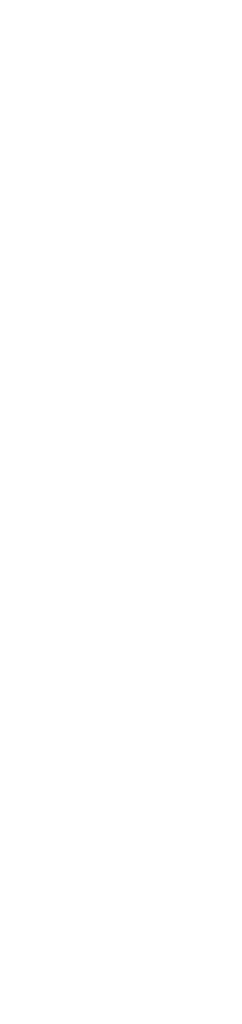
<source format=kicad_pcb>
(kicad_pcb
	(version 20241229)
	(generator "pcbnew")
	(generator_version "9.0")
	(general
		(thickness 1.6)
		(legacy_teardrops no)
	)
	(paper "A4")
	(layers
		(0 "F.Cu" signal)
		(2 "B.Cu" signal)
		(9 "F.Adhes" user "F.Adhesive")
		(11 "B.Adhes" user "B.Adhesive")
		(13 "F.Paste" user)
		(15 "B.Paste" user)
		(5 "F.SilkS" user "F.Silkscreen")
		(7 "B.SilkS" user "B.Silkscreen")
		(1 "F.Mask" user)
		(3 "B.Mask" user)
		(17 "Dwgs.User" user "User.Drawings")
		(19 "Cmts.User" user "User.Comments")
		(21 "Eco1.User" user "User.Eco1")
		(23 "Eco2.User" user "User.Eco2")
		(25 "Edge.Cuts" user)
		(27 "Margin" user)
		(31 "F.CrtYd" user "F.Courtyard")
		(29 "B.CrtYd" user "B.Courtyard")
		(35 "F.Fab" user)
		(33 "B.Fab" user)
		(39 "User.1" user)
		(41 "User.2" user)
		(43 "User.3" user)
		(45 "User.4" user)
	)
	(setup
		(pad_to_mask_clearance 0)
		(allow_soldermask_bridges_in_footprints no)
		(tenting front back)
		(pcbplotparams
			(layerselection 0x00000000_00000000_55555555_5755f5ff)
			(plot_on_all_layers_selection 0x00000000_00000000_00000000_00000000)
			(disableapertmacros no)
			(usegerberextensions no)
			(usegerberattributes yes)
			(usegerberadvancedattributes yes)
			(creategerberjobfile yes)
			(dashed_line_dash_ratio 12.000000)
			(dashed_line_gap_ratio 3.000000)
			(svgprecision 4)
			(plotframeref no)
			(mode 1)
			(useauxorigin no)
			(hpglpennumber 1)
			(hpglpenspeed 20)
			(hpglpendiameter 15.000000)
			(pdf_front_fp_property_popups yes)
			(pdf_back_fp_property_popups yes)
			(pdf_metadata yes)
			(pdf_single_document no)
			(dxfpolygonmode yes)
			(dxfimperialunits yes)
			(dxfusepcbnewfont yes)
			(psnegative no)
			(psa4output no)
			(plot_black_and_white yes)
			(sketchpadsonfab no)
			(plotpadnumbers no)
			(hidednponfab no)
			(sketchdnponfab yes)
			(crossoutdnponfab yes)
			(subtractmaskfromsilk no)
			(outputformat 1)
			(mirror no)
			(drillshape 1)
			(scaleselection 1)
			(outputdirectory "")
		)
	)
	(net 0 "")
	(gr_line
		(start 123.1 60.125051)
		(end 123.1 85.700051)
		(stroke
			(width 0.2)
			(type default)
		)
		(layer "Dwgs.User")
		(uuid "00a25ae1-ad66-42b1-b886-07f5d17c4032")
	)
	(gr_circle
		(center 151.975 147.975051)
		(end 152.575 147.975051)
		(stroke
			(width 0.2)
			(type default)
		)
		(fill no)
		(layer "Dwgs.User")
		(uuid "02eabf22-a042-4aa1-9536-e2ee6a80467f")
	)
	(gr_arc
		(start 138.974952 21.025051)
		(mid 138.725001 20.7751)
		(end 138.975 20.525051)
		(stroke
			(width 0.2)
			(type default)
		)
		(layer "Dwgs.User")
		(uuid "048e15fd-dffb-48d4-953b-78bf4e199b7d")
	)
	(gr_line
		(start 164.35 28.825051)
		(end 163.475 28.825051)
		(stroke
			(width 0.2)
			(type default)
		)
		(layer "Dwgs.User")
		(uuid "0513655b-05d0-48d1-974c-ae517f91ad23")
	)
	(gr_arc
		(start 164.35 182.6)
		(mid 164.203538 182.953588)
		(end 163.849952 183.100051)
		(stroke
			(width 0.2)
			(type default)
		)
		(layer "Dwgs.User")
		(uuid "0579a6bc-ab0b-4023-bc7b-1f42e4be49e8")
	)
	(gr_line
		(start 123.1 102.000051)
		(end 123.1 115.700051)
		(stroke
			(width 0.2)
			(type default)
		)
		(layer "Dwgs.User")
		(uuid "06386373-0843-404c-beab-3bc2a475e1c7")
	)
	(gr_line
		(start 135.475 168.395051)
		(end 135.475 168.995051)
		(stroke
			(width 0.2)
			(type default)
		)
		(layer "Dwgs.User")
		(uuid "0681012a-7f0d-41d1-87fa-5849e9572df3")
	)
	(gr_line
		(start 123.1 142.575051)
		(end 123.974952 142.575051)
		(stroke
			(width 0.2)
			(type default)
		)
		(layer "Dwgs.User")
		(uuid "069baf5c-4722-479b-a9ee-5412fdcd8b49")
	)
	(gr_line
		(start 136.495 91.350051)
		(end 135.685 91.350051)
		(stroke
			(width 0.2)
			(type default)
		)
		(layer "Dwgs.User")
		(uuid "06a6873e-984f-40df-bda4-d0eb62c71379")
	)
	(gr_line
		(start 123.1 87.000051)
		(end 123.986181 87.000051)
		(stroke
			(width 0.2)
			(type default)
		)
		(layer "Dwgs.User")
		(uuid "07ac0785-86d0-4c5f-959c-00b47205a02b")
	)
	(gr_line
		(start 151.975 168.395051)
		(end 151.975 168.995051)
		(stroke
			(width 0.2)
			(type default)
		)
		(layer "Dwgs.User")
		(uuid "08da1aeb-cb32-44e0-a624-ceea01980a16")
	)
	(gr_line
		(start 164.35 30.125051)
		(end 163.474952 30.125051)
		(stroke
			(width 0.2)
			(type default)
		)
		(layer "Dwgs.User")
		(uuid "08da324d-4c8e-4a1c-8b15-8f66739129b7")
	)
	(gr_line
		(start 135.895 91.350051)
		(end 136.495 91.350051)
		(stroke
			(width 0.2)
			(type default)
		)
		(layer "Dwgs.User")
		(uuid "090bae5c-54c4-41e1-87a0-98b762e4ca14")
	)
	(gr_line
		(start 136.075 147.975051)
		(end 135.895 147.975051)
		(stroke
			(width 0.2)
			(type default)
		)
		(layer "Dwgs.User")
		(uuid "0941dae1-e992-44cf-b05f-28725c681291")
	)
	(gr_line
		(start 146.724952 124.400051)
		(end 140.724952 124.400051)
		(stroke
			(width 0.2)
			(type default)
		)
		(layer "Dwgs.User")
		(uuid "0971c6eb-75a0-496f-9d31-e0567bdc552e")
	)
	(gr_line
		(start 164.35 60.125051)
		(end 163.474952 60.125051)
		(stroke
			(width 0.2)
			(type default)
		)
		(layer "Dwgs.User")
		(uuid "09e4a188-5aaf-41aa-bb06-2847f30f3129")
	)
	(gr_line
		(start 151.975 110.930051)
		(end 151.975 110.330051)
		(stroke
			(width 0.2)
			(type default)
		)
		(layer "Dwgs.User")
		(uuid "0aefe156-b534-46b4-8931-41e9ac3dea60")
	)
	(gr_line
		(start 151.975 111.560051)
		(end 151.975 111.140051)
		(stroke
			(width 0.2)
			(type default)
		)
		(layer "Dwgs.User")
		(uuid "0b806768-f1c8-407c-a394-55fe5e63555c")
	)
	(gr_arc
		(start 140.374952 21.025051)
		(mid 140.551763 21.098288)
		(end 140.625 21.2751)
		(stroke
			(width 0.2)
			(type default)
		)
		(layer "Dwgs.User")
		(uuid "0baeac87-17c1-4bce-90bd-2a561965c53f")
	)
	(gr_line
		(start 143.725 21.400051)
		(end 143.725 22.150051)
		(stroke
			(width 0.2)
			(type default)
		)
		(layer "Dwgs.User")
		(uuid "0c283356-d270-4015-af1b-7e6730b83a97")
	)
	(gr_line
		(start 135.475 148.185051)
		(end 135.475 148.395051)
		(stroke
			(width 0.2)
			(type default)
		)
		(layer "Dwgs.User")
		(uuid "0c9980ea-799f-480b-8cbe-72a8745292d1")
	)
	(gr_line
		(start 164.35 157.575051)
		(end 163.475 157.575051)
		(stroke
			(width 0.2)
			(type default)
		)
		(layer "Dwgs.User")
		(uuid "0f399ccc-8479-43c0-a559-86edcfd5763b")
	)
	(gr_line
		(start 146.724952 78.300051)
		(end 140.724952 78.300051)
		(stroke
			(width 0.2)
			(type default)
		)
		(layer "Dwgs.User")
		(uuid "0f9375ad-214c-4530-aa72-9bcfad345fbb")
	)
	(gr_circle
		(center 151.975 54.725051)
		(end 152.575 54.725051)
		(stroke
			(width 0.2)
			(type default)
		)
		(fill no)
		(layer "Dwgs.User")
		(uuid "12072916-87e7-4861-bc3e-11ef821be77f")
	)
	(gr_line
		(start 151.765 91.350051)
		(end 151.555 91.350051)
		(stroke
			(width 0.2)
			(type default)
		)
		(layer "Dwgs.User")
		(uuid "128873fd-6662-4f25-b348-bc1efd2b4181")
	)
	(gr_line
		(start 164.35 43.825051)
		(end 163.475 43.825051)
		(stroke
			(width 0.2)
			(type default)
		)
		(layer "Dwgs.User")
		(uuid "12c86b4b-68d8-4cd0-a781-780b8c94b472")
	)
	(gr_line
		(start 143.725 21.400051)
		(end 143.725 21.137551)
		(stroke
			(width 0.2)
			(type default)
		)
		(layer "Dwgs.User")
		(uuid "1366507f-68bf-4d2e-976a-bf9567d81b3e")
	)
	(gr_line
		(start 135.895 34.725051)
		(end 136.495 34.725051)
		(stroke
			(width 0.2)
			(type default)
		)
		(layer "Dwgs.User")
		(uuid "13a8f725-93de-46da-a112-171cd74686c9")
	)
	(gr_line
		(start 138.974952 182.175051)
		(end 141.974952 182.175051)
		(stroke
			(width 0.2)
			(type default)
		)
		(layer "Dwgs.User")
		(uuid "13d10897-537c-4891-aa01-c2ea3f4ea6df")
	)
	(gr_line
		(start 152.575 167.975051)
		(end 152.395 167.975051)
		(stroke
			(width 0.2)
			(type default)
		)
		(layer "Dwgs.User")
		(uuid "142cc531-af19-4fa9-a85b-24a9127e55d1")
	)
	(gr_line
		(start 135.055 34.725051)
		(end 134.455 34.725051)
		(stroke
			(width 0.2)
			(type default)
		)
		(layer "Dwgs.User")
		(uuid "16141762-454a-4f41-abb0-bcb90336e066")
	)
	(gr_arc
		(start 141.974952 20.525051)
		(mid 142.151763 20.598288)
		(end 142.225 20.7751)
		(stroke
			(width 0.2)
			(type default)
		)
		(layer "Dwgs.User")
		(uuid "1a473369-fb93-47b3-ace0-491467e9789a")
	)
	(gr_line
		(start 151.765 111.350051)
		(end 152.185 111.350051)
		(stroke
			(width 0.2)
			(type default)
		)
		(layer "Dwgs.User")
		(uuid "1b78a269-a218-4d10-9c1b-c595a85682f7")
	)
	(gr_line
		(start 146.724952 81.300051)
		(end 140.724952 81.300051)
		(stroke
			(width 0.2)
			(type default)
		)
		(layer "Dwgs.User")
		(uuid "1c774b95-dc61-465f-8e6f-e2c41db22170")
	)
	(gr_line
		(start 164.35 20.1001)
		(end 164.35 28.825051)
		(stroke
			(width 0.2)
			(type default)
		)
		(layer "Dwgs.User")
		(uuid "1d3d850e-a260-44b2-a4f8-666643fc6c4f")
	)
	(gr_arc
		(start 123.974952 43.825051)
		(mid 124.625001 44.4751)
		(end 123.986181 45.125051)
		(stroke
			(width 0.2)
			(type default)
		)
		(layer "Dwgs.User")
		(uuid "1ecacd14-efd8-42f3-8686-72ba714d0648")
	)
	(gr_line
		(start 123.1 60.125051)
		(end 123.986181 60.125051)
		(stroke
			(width 0.2)
			(type default)
		)
		(layer "Dwgs.User")
		(uuid "1f40d654-1423-413f-93f7-59a00da78372")
	)
	(gr_line
		(start 123.1 28.825051)
		(end 123.974952 28.825051)
		(stroke
			(width 0.2)
			(type default)
		)
		(layer "Dwgs.User")
		(uuid "2128cc2d-ba5b-4427-bac2-0ee63b5800d5")
	)
	(gr_line
		(start 151.975 91.770051)
		(end 151.975 92.370051)
		(stroke
			(width 0.2)
			(type default)
		)
		(layer "Dwgs.User")
		(uuid "22345ac8-2d81-47d3-b0ed-511183746569")
	)
	(gr_line
		(start 136.075 54.725051)
		(end 135.895 54.725051)
		(stroke
			(width 0.2)
			(type default)
		)
		(layer "Dwgs.User")
		(uuid "224043c0-c185-4307-8242-5c4f5f88e0b1")
	)
	(gr_line
		(start 151.975 147.555051)
		(end 151.975 146.955051)
		(stroke
			(width 0.2)
			(type default)
		)
		(layer "Dwgs.User")
		(uuid "225a4834-824e-49db-8454-1fdd16a2e818")
	)
	(gr_arc
		(start 123.974952 28.825051)
		(mid 124.625001 29.4751)
		(end 123.986181 30.125051)
		(stroke
			(width 0.2)
			(type default)
		)
		(layer "Dwgs.User")
		(uuid "245a8f42-75a3-4e05-875a-925f240ec7c8")
	)
	(gr_arc
		(start 140.475 121.65)
		(mid 140.548208 121.473258)
		(end 140.724952 121.400051)
		(stroke
			(width 0.2)
			(type default)
		)
		(layer "Dwgs.User")
		(uuid "263542a2-657a-4e3d-9ec4-3489bbfee861")
	)
	(gr_line
		(start 135.475 111.560051)
		(end 135.475 111.350051)
		(stroke
			(width 0.2)
			(type default)
		)
		(layer "Dwgs.User")
		(uuid "27195618-7f9d-4334-860b-f6c2036954d8")
	)
	(gr_line
		(start 135.475 167.555051)
		(end 135.475 166.955051)
		(stroke
			(width 0.2)
			(type default)
		)
		(layer "Dwgs.User")
		(uuid "27ababaa-2259-4cba-834d-e4e52d06959c")
	)
	(gr_line
		(start 164.35 85.700051)
		(end 163.475 85.700051)
		(stroke
			(width 0.2)
			(type default)
		)
		(layer "Dwgs.User")
		(uuid "284656f5-d3a5-437c-9457-4b77257518d4")
	)
	(gr_line
		(start 135.475 34.305051)
		(end 135.475 35.145051)
		(stroke
			(width 0.2)
			(type default)
		)
		(layer "Dwgs.User")
		(uuid "288f8711-fcc5-4b0f-9d6d-0a74a19d8947")
	)
	(gr_line
		(start 123.1 172.575051)
		(end 123.974952 172.575051)
		(stroke
			(width 0.2)
			(type default)
		)
		(layer "Dwgs.User")
		(uuid "298ff2f3-df5d-4cb5-a49c-e31366ebdcf4")
	)
	(gr_line
		(start 135.475 91.770051)
		(end 135.475 92.370051)
		(stroke
			(width 0.2)
			(type default)
		)
		(layer "Dwgs.User")
		(uuid "29e5556a-8880-4094-bede-7766a5295399")
	)
	(gr_line
		(start 135.265 111.350051)
		(end 135.475 111.350051)
		(stroke
			(width 0.2)
			(type default)
		)
		(layer "Dwgs.User")
		(uuid "2a50274e-64cc-4b94-867c-0c48801bf272")
	)
	(gr_line
		(start 151.975 167.555051)
		(end 151.975 168.395051)
		(stroke
			(width 0.2)
			(type default)
		)
		(layer "Dwgs.User")
		(uuid "2ac91a50-5586-404c-b732-63654352e872")
	)
	(gr_arc
		(start 148.474952 181.675051)
		(mid 148.725001 181.9251)
		(end 148.467988 182.175051)
		(stroke
			(width 0.2)
			(type default)
		)
		(layer "Dwgs.User")
		(uuid "2b73c3bc-d5ab-4032-ba4f-488c88a9b3e0")
	)
	(gr_arc
		(start 123.599952 183.100051)
		(mid 123.246433 182.953618)
		(end 123.1 182.6001)
		(stroke
			(width 0.2)
			(type default)
		)
		(layer "Dwgs.User")
		(uuid "2e664471-5bab-4529-b81d-bb9acb4dcb70")
	)
	(gr_circle
		(center 151.975 167.975051)
		(end 152.575 167.975051)
		(stroke
			(width 0.2)
			(type default)
		)
		(fill no)
		(layer "Dwgs.User")
		(uuid "2f11c952-70fb-4c0c-b755-640e4803e452")
	)
	(gr_line
		(start 143.4625 181.825051)
		(end 143.2 181.825051)
		(stroke
			(width 0.2)
			(type default)
		)
		(layer "Dwgs.User")
		(uuid "2f3ed947-3950-4a26-87cf-db82a409b5c4")
	)
	(gr_line
		(start 135.475 111.560051)
		(end 135.475 111.770051)
		(stroke
			(width 0.2)
			(type default)
		)
		(layer "Dwgs.User")
		(uuid "2fb59eb4-79e3-40ee-8d4c-9c901ef08c5d")
	)
	(gr_line
		(start 148.474952 20.525051)
		(end 145.474952 20.525051)
		(stroke
			(width 0.2)
			(type default)
		)
		(layer "Dwgs.User")
		(uuid "301db257-8aae-4f91-85eb-ad0f0f6262f2")
	)
	(gr_line
		(start 152.995 111.350051)
		(end 152.185 111.350051)
		(stroke
			(width 0.2)
			(type default)
		)
		(layer "Dwgs.User")
		(uuid "30347f12-73df-47af-8a4e-8187b27b1c92")
	)
	(gr_line
		(start 135.265 111.350051)
		(end 135.055 111.350051)
		(stroke
			(width 0.2)
			(type default)
		)
		(layer "Dwgs.User")
		(uuid "306e784e-7c26-455d-929a-381217d084cc")
	)
	(gr_line
		(start 142.225 181.925)
		(end 142.225 180.675)
		(stroke
			(width 0.2)
			(type default)
		)
		(layer "Dwgs.User")
		(uuid "30a9f334-2f52-4134-bd34-2c2034a440ae")
	)
	(gr_line
		(start 151.975 167.555051)
		(end 151.975 166.955051)
		(stroke
			(width 0.2)
			(type default)
		)
		(layer "Dwgs.User")
		(uuid "31b5c1ff-5fef-41da-892e-610a41535dfd")
	)
	(gr_line
		(start 142.225 20.7751)
		(end 142.225 22.0251)
		(stroke
			(width 0.2)
			(type default)
		)
		(layer "Dwgs.User")
		(uuid "31bd97f6-1693-4061-b5ef-44ca7d6a5efc")
	)
	(gr_line
		(start 135.055 91.350051)
		(end 134.455 91.350051)
		(stroke
			(width 0.2)
			(type default)
		)
		(layer "Dwgs.User")
		(uuid "356a4627-5bfa-46dc-a544-d91e9abe5cc9")
	)
	(gr_line
		(start 143.725 182.350051)
		(end 143.725 183.100051)
		(stroke
			(width 0.2)
			(type default)
		)
		(layer "Dwgs.User")
		(uuid "3646119d-0a57-47a2-bd4f-2df3d3a56242")
	)
	(gr_line
		(start 135.475 147.765051)
		(end 135.475 147.555051)
		(stroke
			(width 0.2)
			(type default)
		)
		(layer "Dwgs.User")
		(uuid "3667a591-7289-482c-81a9-05f607865d91")
	)
	(gr_line
		(start 151.765 34.725051)
		(end 152.185 34.725051)
		(stroke
			(width 0.2)
			(type default)
		)
		(layer "Dwgs.User")
		(uuid "374d378d-4000-4582-bb78-2ed8f93e2b39")
	)
	(gr_line
		(start 164.35 30.125051)
		(end 164.35 43.825051)
		(stroke
			(width 0.2)
			(type default)
		)
		(layer "Dwgs.User")
		(uuid "37a62e3a-c805-4e7f-9f7c-9b7b9de8c9da")
	)
	(gr_line
		(start 135.475 148.185051)
		(end 135.475 147.765051)
		(stroke
			(width 0.2)
			(type default)
		)
		(layer "Dwgs.User")
		(uuid "37cc980b-e9df-4a99-8899-6d5fce225a12")
	)
	(gr_line
		(start 135.475 91.560051)
		(end 135.475 91.350051)
		(stroke
			(width 0.2)
			(type default)
		)
		(layer "Dwgs.User")
		(uuid "38c401cc-335f-4099-9123-9a921bb26ae4")
	)
	(gr_line
		(start 143.9875 20.875051)
		(end 143.725 20.875051)
		(stroke
			(width 0.2)
			(type default)
		)
		(layer "Dwgs.User")
		(uuid "395b8472-965a-40cc-bb87-369c87978219")
	)
	(gr_line
		(start 164.35 143.875051)
		(end 163.474952 143.875051)
		(stroke
			(width 0.2)
			(type default)
		)
		(layer "Dwgs.User")
		(uuid "399a2d27-0ace-4fd9-89a6-7244a611f959")
	)
	(gr_line
		(start 164.35 58.825051)
		(end 163.475 58.825051)
		(stroke
			(width 0.2)
			(type default)
		)
		(layer "Dwgs.User")
		(uuid "39d3f2fc-96bb-4ebe-9a92-5e2650f716fa")
	)
	(gr_line
		(start 143.725 182.087551)
		(end 143.725 182.350051)
		(stroke
			(width 0.2)
			(type default)
		)
		(layer "Dwgs.User")
		(uuid "3a2ed22b-b9ea-4d36-af78-e9099c205476")
	)
	(gr_line
		(start 144.25 181.825051)
		(end 145 181.825051)
		(stroke
			(width 0.2)
			(type default)
		)
		(layer "Dwgs.User")
		(uuid "3aa23d7a-26da-4cde-be15-ef9956995c86")
	)
	(gr_line
		(start 136.075 91.350051)
		(end 135.895 91.350051)
		(stroke
			(width 0.2)
			(type default)
		)
		(layer "Dwgs.User")
		(uuid "3c22324c-8387-4979-9669-5330dac7103b")
	)
	(gr_line
		(start 136.495 54.725051)
		(end 135.685 54.725051)
		(stroke
			(width 0.2)
			(type default)
		)
		(layer "Dwgs.User")
		(uuid "3c9eb031-2498-40e8-a0ba-d141b905472f")
	)
	(gr_circle
		(center 151.975 91.350051)
		(end 152.575 91.350051)
		(stroke
			(width 0.2)
			(type default)
		)
		(fill no)
		(layer "Dwgs.User")
		(uuid "3ce3d272-b5df-40d9-8147-e8f82cdcbd3e")
	)
	(gr_line
		(start 164.35 87.000051)
		(end 164.35 100.700051)
		(stroke
			(width 0.2)
			(type default)
		)
		(layer "Dwgs.User")
		(uuid "3e2670bf-f72b-430b-bf75-4d7c553fcce0")
	)
	(gr_line
		(start 143.725 20.612551)
		(end 143.725 20.350051)
		(stroke
			(width 0.2)
			(type default)
		)
		(layer "Dwgs.User")
		(uuid "3ea9a672-2c97-4e9c-9080-5329329a869c")
	)
	(gr_line
		(start 164.35 87.000051)
		(end 163.474952 87.000051)
		(stroke
			(width 0.2)
			(type default)
		)
		(layer "Dwgs.User")
		(uuid "3f2f2bb2-8560-457c-ab85-eee8ae17ae4f")
	)
	(gr_line
		(start 152.395 111.350051)
		(end 152.995 111.350051)
		(stroke
			(width 0.2)
			(type default)
		)
		(layer "Dwgs.User")
		(uuid "40f846b3-300f-4e2d-a0e8-e69bae058a94")
	)
	(gr_line
		(start 164.35 100.700051)
		(end 163.475 100.700051)
		(stroke
			(width 0.2)
			(type default)
		)
		(layer "Dwgs.User")
		(uuid "418434e7-aefb-47ac-a2eb-d31f9e7cb3b5")
	)
	(gr_line
		(start 151.555 34.725051)
		(end 150.955 34.725051)
		(stroke
			(width 0.2)
			(type default)
		)
		(layer "Dwgs.User")
		(uuid "4345c904-8d21-4660-8bdb-40fdc8ddc915")
	)
	(gr_line
		(start 151.975 111.140051)
		(end 151.975 111.350051)
		(stroke
			(width 0.2)
			(type default)
		)
		(layer "Dwgs.User")
		(uuid "44530380-740d-4aac-b32d-2fcd7bcae9bb")
	)
	(gr_arc
		(start 146.724952 121.400051)
		(mid 146.901763 121.473288)
		(end 146.975 121.6501)
		(stroke
			(width 0.2)
			(type default)
		)
		(layer "Dwgs.User")
		(uuid "45b3fbf7-0010-4c4a-af44-de2f99cbb86c")
	)
	(gr_line
		(start 143.725 181.300051)
		(end 143.725 181.562551)
		(stroke
			(width 0.2)
			(type default)
		)
		(layer "Dwgs.User")
		(uuid "46285549-3307-4e92-b527-6e04a4cad0ba")
	)
	(gr_arc
		(start 163.474952 30.125051)
		(mid 162.825001 29.4751)
		(end 163.475 28.825051)
		(stroke
			(width 0.2)
			(type default)
		)
		(layer "Dwgs.User")
		(uuid "46b9945c-b5e0-499f-afb4-6363c088e5c1")
	)
	(gr_line
		(start 135.475 148.995051)
		(end 135.475 148.185051)
		(stroke
			(width 0.2)
			(type default)
		)
		(layer "Dwgs.User")
		(uuid "4775dea9-fa33-4e91-a173-9c151ec83ac5")
	)
	(gr_line
		(start 135.265 91.350051)
		(end 135.055 91.350051)
		(stroke
			(width 0.2)
			(type default)
		)
		(layer "Dwgs.User")
		(uuid "47a0db8b-f612-465f-b171-7602043a44b0")
	)
	(gr_arc
		(start 163.474952 45.125051)
		(mid 162.825001 44.4751)
		(end 163.475 43.825051)
		(stroke
			(width 0.2)
			(type default)
		)
		(layer "Dwgs.User")
		(uuid "4c47c030-0010-4675-94ac-1161b0cab741")
	)
	(gr_line
		(start 151.765 91.350051)
		(end 152.185 91.350051)
		(stroke
			(width 0.2)
			(type default)
		)
		(layer "Dwgs.User")
		(uuid "4c58416a-76cb-4b40-954a-e2c0ff2785f9")
	)
	(gr_arc
		(start 163.474952 117.000051)
		(mid 162.825001 116.3501)
		(end 163.475 115.700051)
		(stroke
			(width 0.2)
			(type default)
		)
		(layer "Dwgs.User")
		(uuid "4d05ccd1-1c5d-4d0c-ad27-fbdfd6072e46")
	)
	(gr_line
		(start 151.555 147.975051)
		(end 150.955 147.975051)
		(stroke
			(width 0.2)
			(type default)
		)
		(layer "Dwgs.User")
		(uuid "4d3766fe-1e3c-46b2-8925-adcc9015b7e4")
	)
	(gr_line
		(start 123.1 30.125051)
		(end 123.986181 30.125051)
		(stroke
			(width 0.2)
			(type default)
		)
		(layer "Dwgs.User")
		(uuid "4d66cc2d-91e3-4f2e-bea3-509dff207363")
	)
	(gr_line
		(start 135.265 54.725051)
		(end 135.475 54.725051)
		(stroke
			(width 0.2)
			(type default)
		)
		(layer "Dwgs.User")
		(uuid "4f2e2c7a-ba01-4c89-a864-5b4734b7ab80")
	)
	(gr_line
		(start 135.475 90.930051)
		(end 135.475 91.140051)
		(stroke
			(width 0.2)
			(type default)
		)
		(layer "Dwgs.User")
		(uuid "4f6d0c86-a094-495f-a75c-464168aea6a1")
	)
	(gr_line
		(start 135.895 147.975051)
		(end 136.495 147.975051)
		(stroke
			(width 0.2)
			(type default)
		)
		(layer "Dwgs.User")
		(uuid "51795720-86d3-47e6-a866-f662b9df56d4")
	)
	(gr_line
		(start 151.555 54.725051)
		(end 151.765 54.725051)
		(stroke
			(width 0.2)
			(type default)
		)
		(layer "Dwgs.User")
		(uuid "51bba2bb-0440-4c37-afbd-287beaf5c884")
	)
	(gr_line
		(start 136.075 111.350051)
		(end 135.895 111.350051)
		(stroke
			(width 0.2)
			(type default)
		)
		(layer "Dwgs.User")
		(uuid "51da5008-ac5d-4729-adb2-66ed198d1a53")
	)
	(gr_line
		(start 152.395 54.725051)
		(end 152.995 54.725051)
		(stroke
			(width 0.2)
			(type default)
		)
		(layer "Dwgs.User")
		(uuid "52097fd4-4505-498a-8777-013c6a4344cf")
	)
	(gr_line
		(start 151.765 34.725051)
		(end 151.555 34.725051)
		(stroke
			(width 0.2)
			(type default)
		)
		(layer "Dwgs.User")
		(uuid "531736c4-c5a8-4a18-a7f1-a00da384aafb")
	)
	(gr_line
		(start 151.975 54.305051)
		(end 151.975 53.705051)
		(stroke
			(width 0.2)
			(type default)
		)
		(layer "Dwgs.User")
		(uuid "546cd462-1a71-4fbe-9116-bd45ca771677")
	)
	(gr_line
		(start 152.575 34.725051)
		(end 152.395 34.725051)
		(stroke
			(width 0.2)
			(type default)
		)
		(layer "Dwgs.User")
		(uuid "55538979-de43-4e6a-ae96-6fd10c149db4")
	)
	(gr_line
		(start 140.625 178.275)
		(end 140.625 181.425)
		(stroke
			(width 0.2)
			(type default)
		)
		(layer "Dwgs.User")
		(uuid "559a1390-c4d9-46bd-b101-035e1e4e9531")
	)
	(gr_arc
		(start 140.724952 124.400051)
		(mid 140.54821 124.326842)
		(end 140.475 124.1501)
		(stroke
			(width 0.2)
			(type default)
		)
		(layer "Dwgs.User")
		(uuid "561be961-68db-4206-9540-fc150eac0c47")
	)
	(gr_line
		(start 123.1 173.875051)
		(end 123.986181 173.875051)
		(stroke
			(width 0.2)
			(type default)
		)
		(layer "Dwgs.User")
		(uuid "564f49e2-6dcf-4cb2-b499-6ce09b8aae49")
	)
	(gr_line
		(start 152.575 147.975051)
		(end 152.395 147.975051)
		(stroke
			(width 0.2)
			(type default)
		)
		(layer "Dwgs.User")
		(uuid "5671c79c-a1df-4846-9676-c7d68449114f")
	)
	(gr_line
		(start 164.35 143.875051)
		(end 164.35 157.575051)
		(stroke
			(width 0.2)
			(type default)
		)
		(layer "Dwgs.User")
		(uuid "56aa26bf-e2c1-4b77-8f04-3585c3466465")
	)
	(gr_circle
		(center 135.475 34.725051)
		(end 136.075 34.725051)
		(stroke
			(width 0.2)
			(type default)
		)
		(fill no)
		(layer "Dwgs.User")
		(uuid "56bada2c-60a1-4af9-b750-f456f6d095df")
	)
	(gr_line
		(start 164.35 102.000051)
		(end 163.474952 102.000051)
		(stroke
			(width 0.2)
			(type default)
		)
		(layer "Dwgs.User")
		(uuid "58be9477-f3ad-4b4d-b615-ae9620177ce8")
	)
	(gr_arc
		(start 163.474952 158.875051)
		(mid 162.825001 158.2251)
		(end 163.475 157.575051)
		(stroke
			(width 0.2)
			(type default)
		)
		(layer "Dwgs.User")
		(uuid "59bff4c5-7618-4950-b722-b326bd63cb4f")
	)
	(gr_line
		(start 151.975 34.305051)
		(end 151.975 35.145051)
		(stroke
			(width 0.2)
			(type default)
		)
		(layer "Dwgs.User")
		(uuid "5acef525-8c4a-4fdc-8b1b-9a346c529f02")
	)
	(gr_line
		(start 123.1 158.875051)
		(end 123.986181 158.875051)
		(stroke
			(width 0.2)
			(type default)
		)
		(layer "Dwgs.User")
		(uuid "5b00d0f2-1029-432c-a83f-4d97f56e7d52")
	)
	(gr_line
		(start 164.35 117.000051)
		(end 164.35 142.575051)
		(stroke
			(width 0.2)
			(type default)
		)
		(layer "Dwgs.User")
		(uuid "5cd7ef17-1990-42e6-adae-d3ae16f0b9f7")
	)
	(gr_line
		(start 152.995 34.725051)
		(end 152.185 34.725051)
		(stroke
			(width 0.2)
			(type default)
		)
		(layer "Dwgs.User")
		(uuid "5ceedc92-b7c0-42f1-a598-159ac75a5c6a")
	)
	(gr_line
		(start 152.395 34.725051)
		(end 152.995 34.725051)
		(stroke
			(width 0.2)
			(type default)
		)
		(layer "Dwgs.User")
		(uuid "5e5a6986-bfde-4d7b-be6e-5978d7828542")
	)
	(gr_line
		(start 143.4625 20.875051)
		(end 143.2 20.875051)
		(stroke
			(width 0.2)
			(type default)
		)
		(layer "Dwgs.User")
		(uuid "6181138d-f00d-456c-81f4-e60bc62d03ed")
	)
	(gr_arc
		(start 146.825 21.275)
		(mid 146.898208 21.098258)
		(end 147.074952 21.025051)
		(stroke
			(width 0.2)
			(type default)
		)
		(layer "Dwgs.User")
		(uuid "61d73ec5-8778-4f7f-899c-95e6ac5441eb")
	)
	(gr_line
		(start 151.975 54.935051)
		(end 151.975 55.145051)
		(stroke
			(width 0.2)
			(type default)
		)
		(layer "Dwgs.User")
		(uuid "61ebc4ea-f177-413b-8130-4fd0ecd93f49")
	)
	(gr_line
		(start 135.055 147.975051)
		(end 134.455 147.975051)
		(stroke
			(width 0.2)
			(type default)
		)
		(layer "Dwgs.User")
		(uuid "6228cf83-48ec-49b6-a868-76c14988dd5c")
	)
	(gr_line
		(start 152.395 167.975051)
		(end 152.995 167.975051)
		(stroke
			(width 0.2)
			(type default)
		)
		(layer "Dwgs.User")
		(uuid "627c1948-bbcd-4aaf-bae8-326d2220f343")
	)
	(gr_line
		(start 123.1 157.575051)
		(end 123.974952 157.575051)
		(stroke
			(width 0.2)
			(type default)
		)
		(layer "Dwgs.User")
		(uuid "62ed97d1-3d75-4d60-bd71-b572b20bffb0")
	)
	(gr_line
		(start 151.975 148.395051)
		(end 151.975 148.995051)
		(stroke
			(width 0.2)
			(type default)
		)
		(layer "Dwgs.User")
		(uuid "6403bb84-a90f-4efe-912b-51d26584d90a")
	)
	(gr_line
		(start 151.975 147.555051)
		(end 151.975 147.765051)
		(stroke
			(width 0.2)
			(type default)
		)
		(layer "Dwgs.User")
		(uuid "64b738b0-ae7c-460a-82fc-b68df582d24b")
	)
	(gr_line
		(start 151.975 90.930051)
		(end 151.975 90.330051)
		(stroke
			(width 0.2)
			(type default)
		)
		(layer "Dwgs.User")
		(uuid "65f8b5a6-ff89-48b1-acc5-86d3f119c93e")
	)
	(gr_line
		(start 151.765 147.975051)
		(end 151.555 147.975051)
		(stroke
			(width 0.2)
			(type default)
		)
		(layer "Dwgs.User")
		(uuid "66edc5cd-78f0-443d-8d22-481e437e7c45")
	)
	(gr_line
		(start 151.975 111.770051)
		(end 151.975 112.370051)
		(stroke
			(width 0.2)
			(type default)
		)
		(layer "Dwgs.User")
		(uuid "66f20a5c-3e50-4a80-a740-0cdc8deb10f2")
	)
	(gr_line
		(start 152.995 147.975051)
		(end 152.185 147.975051)
		(stroke
			(width 0.2)
			(type default)
		)
		(layer "Dwgs.User")
		(uuid "6726ddfc-1e2c-4a68-9cfa-91ae76af8c10")
	)
	(gr_line
		(start 136.495 147.975051)
		(end 135.685 147.975051)
		(stroke
			(width 0.2)
			(type default)
		)
		(layer "Dwgs.User")
		(uuid "6884f4c6-26e2-4fe9-94ef-1f920fe29999")
	)
	(gr_line
		(start 146.975 78.5501)
		(end 146.975 81.05)
		(stroke
			(width 0.2)
			(type default)
		)
		(layer "Dwgs.User")
		(uuid "6890d98d-734d-43a4-b293-87c26a3d6522")
	)
	(gr_line
		(start 135.475 35.145051)
		(end 135.475 34.935051)
		(stroke
			(width 0.2)
			(type default)
		)
		(layer "Dwgs.User")
		(uuid "68f464a0-323a-467f-8c9a-f68c2370b7b3")
	)
	(gr_line
		(start 152.995 167.975051)
		(end 152.185 167.975051)
		(stroke
			(width 0.2)
			(type default)
		)
		(layer "Dwgs.User")
		(uuid "68fde873-97d7-4e6b-a872-68f0a86d8420")
	)
	(gr_arc
		(start 163.474952 143.875051)
		(mid 162.825001 143.2251)
		(end 163.475 142.575051)
		(stroke
			(width 0.2)
			(type default)
		)
		(layer "Dwgs.User")
		(uuid "690f5d22-8dd6-43c3-a365-a30c7e351c04")
	)
	(gr_line
		(start 135.475 91.770051)
		(end 135.475 90.930051)
		(stroke
			(width 0.2)
			(type default)
		)
		(layer "Dwgs.User")
		(uuid "6ae5f04b-adb6-44d1-870a-9dec43674f6a")
	)
	(gr_line
		(start 151.975 35.145051)
		(end 151.975 34.935051)
		(stroke
			(width 0.2)
			(type default)
		)
		(layer "Dwgs.User")
		(uuid "6b80c99f-925a-451e-8f6c-593c10adf128")
	)
	(gr_line
		(start 144.25 181.825051)
		(end 144.475 181.825051)
		(stroke
			(width 0.2)
			(type default)
		)
		(layer "Dwgs.User")
		(uuid "6cae3190-59ec-4b61-93f8-2427efb344ef")
	)
	(gr_line
		(start 136.495 111.350051)
		(end 135.685 111.350051)
		(stroke
			(width 0.2)
			(type default)
		)
		(layer "Dwgs.User")
		(uuid "6cc07fa2-b84b-4418-a544-a3eb6679234d")
	)
	(gr_arc
		(start 123.974952 157.575051)
		(mid 124.625001 158.2251)
		(end 123.986181 158.875051)
		(stroke
			(width 0.2)
			(type default)
		)
		(layer "Dwgs.User")
		(uuid "6d213119-f699-4927-844c-3a872834e921")
	)
	(gr_arc
		(start 144.974952 180.425051)
		(mid 145.151763 180.498288)
		(end 145.225 180.6751)
		(stroke
			(width 0.2)
			(type default)
		)
		(layer "Dwgs.User")
		(uuid "6d2e036b-a3ec-411e-bb70-a3f56e4f6775")
	)
	(gr_line
		(start 135.475 34.305051)
		(end 135.475 33.705051)
		(stroke
			(width 0.2)
			(type default)
		)
		(layer "Dwgs.User")
		(uuid "6f97ad47-73ea-4359-bf5d-b218f6cab6b4")
	)
	(gr_line
		(start 123.1 30.125051)
		(end 123.1 43.825051)
		(stroke
			(width 0.2)
			(type default)
		)
		(layer "Dwgs.User")
		(uuid "703d1639-7095-46e1-a570-08fb0ca79d5f")
	)
	(gr_line
		(start 151.975 110.930051)
		(end 151.975 111.770051)
		(stroke
			(width 0.2)
			(type default)
		)
		(layer "Dwgs.User")
		(uuid "70834824-102a-4eb9-9352-a06fdcafbcb2")
	)
	(gr_line
		(start 123.1 117.000051)
		(end 123.986181 117.000051)
		(stroke
			(width 0.2)
			(type default)
		)
		(layer "Dwgs.User")
		(uuid "71e7e452-e3a8-41a8-b397-4eaebcd1cdaa")
	)
	(gr_arc
		(start 142.225 180.675)
		(mid 142.298208 180.498258)
		(end 142.474952 180.425051)
		(stroke
			(width 0.2)
			(type default)
		)
		(layer "Dwgs.User")
		(uuid "73721a99-b638-4a70-9fae-2e1a5d48b1d7")
	)
	(gr_line
		(start 151.975 148.395051)
		(end 151.975 147.555051)
		(stroke
			(width 0.2)
			(type default)
		)
		(layer "Dwgs.User")
		(uuid "738f138b-32d1-481a-9e23-78b5d8f7d346")
	)
	(gr_line
		(start 151.975 34.935051)
		(end 151.975 34.515051)
		(stroke
			(width 0.2)
			(type default)
		)
		(layer "Dwgs.User")
		(uuid "7437568e-3574-414a-b893-58f271f1b2a5")
	)
	(gr_line
		(start 151.555 54.725051)
		(end 150.955 54.725051)
		(stroke
			(width 0.2)
			(type default)
		)
		(layer "Dwgs.User")
		(uuid "76f3e4a8-b82b-425a-820d-381b506149fc")
	)
	(gr_line
		(start 151.975 148.185051)
		(end 151.975 147.765051)
		(stroke
			(width 0.2)
			(type default)
		)
		(layer "Dwgs.User")
		(uuid "772d8e0b-06b8-4e8d-b74c-31b2c560ba52")
	)
	(gr_line
		(start 151.765 111.350051)
		(end 151.555 111.350051)
		(stroke
			(width 0.2)
			(type default)
		)
		(layer "Dwgs.User")
		(uuid "78b3d92b-4e7f-4a91-957d-5feb4f715f74")
	)
	(gr_line
		(start 135.895 167.975051)
		(end 136.495 167.975051)
		(stroke
			(width 0.2)
			(type default)
		)
		(layer "Dwgs.User")
		(uuid "78d8c705-d36c-4e58-b364-ee81805e2df6")
	)
	(gr_arc
		(start 146.825 24.425)
		(mid 146.751762 24.601812)
		(end 146.574952 24.675051)
		(stroke
			(width 0.2)
			(type default)
		)
		(layer "Dwgs.User")
		(uuid "7904ce6e-0c7d-4541-a6f0-373349b41598")
	)
	(gr_line
		(start 123.1 45.125051)
		(end 123.986181 45.125051)
		(stroke
			(width 0.2)
			(type default)
		)
		(layer "Dwgs.User")
		(uuid "7939f421-a9d7-4165-8f87-ea1577047b15")
	)
	(gr_line
		(start 140.374952 181.675051)
		(end 138.975 181.675051)
		(stroke
			(width 0.2)
			(type default)
		)
		(layer "Dwgs.User")
		(uuid "7cba2456-598d-47d6-88fd-ed3d664fa31c")
	)
	(gr_line
		(start 135.265 34.725051)
		(end 135.685 34.725051)
		(stroke
			(width 0.2)
			(type default)
		)
		(layer "Dwgs.User")
		(uuid "7e99d9d2-5770-4e58-b4bc-ac74a1556b2e")
	)
	(gr_line
		(start 123.1 20.1)
		(end 123.1 28.825051)
		(stroke
			(width 0.2)
			(type default)
		)
		(layer "Dwgs.User")
		(uuid "7ead8654-05ad-427d-8698-ffbf05905ab4")
	)
	(gr_line
		(start 135.265 147.975051)
		(end 135.685 147.975051)
		(stroke
			(width 0.2)
			(type default)
		)
		(layer "Dwgs.User")
		(uuid "7fcd3b49-7a9e-44a8-b2ce-a3cc6a157a03")
	)
	(gr_line
		(start 152.185 54.725051)
		(end 151.975 54.725051)
		(stroke
			(width 0.2)
			(type default)
		)
		(layer "Dwgs.User")
		(uuid "7fd0280b-104e-4c59-ac44-274112258858")
	)
	(gr_line
		(start 143.725 21.137551)
		(end 143.725 20.612551)
		(stroke
			(width 0.2)
			(type default)
		)
		(layer "Dwgs.User")
		(uuid "80669e0b-8f4e-4b0f-8874-209d3c1ee5ed")
	)
	(gr_arc
		(start 123.974952 172.575051)
		(mid 124.625001 173.2251)
		(end 123.986181 173.875051)
		(stroke
			(width 0.2)
			(type default)
		)
		(layer "Dwgs.User")
		(uuid "81f10af7-8533-4295-a4aa-1d95a9394c27")
	)
	(gr_arc
		(start 140.625 178.275)
		(mid 140.698208 178.098258)
		(end 140.874952 178.025051)
		(stroke
			(width 0.2)
			(type default)
		)
		(layer "Dwgs.User")
		(uuid "822b90f6-5ff6-4637-9232-5a8f73038e50")
	)
	(gr_line
		(start 144.974952 22.275051)
		(end 142.474952 22.275051)
		(stroke
			(width 0.2)
			(type default)
		)
		(layer "Dwgs.User")
		(uuid "8286b315-4d17-49d5-9542-a8309213710c")
	)
	(gr_line
		(start 151.765 167.975051)
		(end 152.185 167.975051)
		(stroke
			(width 0.2)
			(type default)
		)
		(layer "Dwgs.User")
		(uuid "83857241-881c-48a1-9596-efde1e2e08ce")
	)
	(gr_arc
		(start 140.724952 81.300051)
		(mid 140.54821 81.226842)
		(end 140.475 81.0501)
		(stroke
			(width 0.2)
			(type default)
		)
		(layer "Dwgs.User")
		(uuid "8454b2de-21af-4cf4-935c-a37ae30b1814")
	)
	(gr_line
		(start 135.475 90.930051)
		(end 135.475 90.330051)
		(stroke
			(width 0.2)
			(type default)
		)
		(layer "Dwgs.User")
		(uuid "84e2d6a4-9f4a-48a1-9e32-94c3c4bc8366")
	)
	(gr_line
		(start 146.724952 121.400051)
		(end 140.724952 121.400051)
		(stroke
			(width 0.2)
			(type default)
		)
		(layer "Dwgs.User")
		(uuid "85c17bbb-728d-4d74-8791-23801de2c5f8")
	)
	(gr_line
		(start 151.975 167.765051)
		(end 151.975 167.975051)
		(stroke
			(width 0.2)
			(type default)
		)
		(layer "Dwgs.User")
		(uuid "867a6356-b097-4b47-894d-675c9b06aad6")
	)
	(gr_line
		(start 147.074952 181.675051)
		(end 148.474952 181.675051)
		(stroke
			(width 0.2)
			(type default)
		)
		(layer "Dwgs.User")
		(uuid "86e9a0bb-2883-41a4-85be-4872e01343d9")
	)
	(gr_arc
		(start 148.474952 20.525051)
		(mid 148.725001 20.7751)
		(end 148.481916 21.025051)
		(stroke
			(width 0.2)
			(type default)
		)
		(layer "Dwgs.User")
		(uuid "86ec6781-b7c8-4108-b884-30db59899f09")
	)
	(gr_arc
		(start 163.849952 19.600051)
		(mid 164.20354 19.746512)
		(end 164.35 20.1001)
		(stroke
			(width 0.2)
			(type default)
		)
		(layer "Dwgs.User")
		(uuid "8895eb08-bf3b-45fc-a149-f04b71c83f34")
	)
	(gr_line
		(start 147.074952 21.025051)
		(end 148.481916 21.025051)
		(stroke
			(width 0.2)
			(type default)
		)
		(layer "Dwgs.User")
		(uuid "89beb2b6-0a94-457b-b3cd-498b37c3663a")
	)
	(gr_line
		(start 135.055 167.975051)
		(end 134.455 167.975051)
		(stroke
			(width 0.2)
			(type default)
		)
		(layer "Dwgs.User")
		(uuid "8a878b4a-12b6-4559-a781-983379837c07")
	)
	(gr_line
		(start 135.895 111.350051)
		(end 136.495 111.350051)
		(stroke
			(width 0.2)
			(type default)
		)
		(layer "Dwgs.User")
		(uuid "8b2a9675-2e77-413d-a905-94e142cea86a")
	)
	(gr_arc
		(start 140.475 78.55)
		(mid 140.548208 78.373258)
		(end 140.724952 78.300051)
		(stroke
			(width 0.2)
			(type default)
		)
		(layer "Dwgs.User")
		(uuid "8e93c915-1265-4923-96d1-1f3ba4c8a263")
	)
	(gr_line
		(start 123.1 143.875051)
		(end 123.986181 143.875051)
		(stroke
			(width 0.2)
			(type default)
		)
		(layer "Dwgs.User")
		(uuid "8f9f624c-99c8-41a1-af54-d662c09d9d18")
	)
	(gr_line
		(start 143.725 20.350051)
		(end 143.725 19.600051)
		(stroke
			(width 0.2)
			(type default)
		)
		(layer "Dwgs.User")
		(uuid "907d5c68-c4a8-4d88-a083-7eb0f2e67a63")
	)
	(gr_line
		(start 136.075 34.725051)
		(end 135.895 34.725051)
		(stroke
			(width 0.2)
			(type default)
		)
		(layer "Dwgs.User")
		(uuid "91a2c10c-8d66-4722-ba27-9cf38d936903")
	)
	(gr_arc
		(start 140.874952 24.675051)
		(mid 140.69821 24.601842)
		(end 140.625 24.4251)
		(stroke
			(width 0.2)
			(type default)
		)
		(layer "Dwgs.User")
		(uuid "91b3a241-928b-422d-b1ce-5d8fe3d66956")
	)
	(gr_line
		(start 152.395 147.975051)
		(end 152.995 147.975051)
		(stroke
			(width 0.2)
			(type default)
		)
		(layer "Dwgs.User")
		(uuid "9330e638-5e1f-4c30-8d12-2687354218c3")
	)
	(gr_arc
		(start 146.975 124.15)
		(mid 146.901762 124.326812)
		(end 146.724952 124.400051)
		(stroke
			(width 0.2)
			(type default)
		)
		(layer "Dwgs.User")
		(uuid "94354b23-51c7-4ba2-af76-627fc177a0cc")
	)
	(gr_line
		(start 151.765 54.725051)
		(end 152.185 54.725051)
		(stroke
			(width 0.2)
			(type default)
		)
		(layer "Dwgs.User")
		(uuid "95328cc9-0211-4cde-b228-340ce71e158c")
	)
	(gr_line
		(start 143.725 181.300051)
		(end 143.725 180.550051)
		(stroke
			(width 0.2)
			(type default)
		)
		(layer "Dwgs.User")
		(uuid "97219fbf-85cb-4d16-b9ff-0ca0936a84ad")
	)
	(gr_line
		(start 151.765 167.975051)
		(end 151.555 167.975051)
		(stroke
			(width 0.2)
			(type default)
		)
		(layer "Dwgs.User")
		(uuid "972c7013-34dd-4330-98ce-3a8d7d514360")
	)
	(gr_line
		(start 151.975 91.350051)
		(end 152.185 91.350051)
		(stroke
			(width 0.2)
			(type default)
		)
		(layer "Dwgs.User")
		(uuid "981b28f4-6dda-47a3-9662-2ef39d955ba9")
	)
	(gr_line
		(start 135.475 55.145051)
		(end 135.475 55.745051)
		(stroke
			(width 0.2)
			(type default)
		)
		(layer "Dwgs.User")
		(uuid "9abc1c3b-9988-453b-955c-57c938f0b5c3")
	)
	(gr_line
		(start 163.849952 183.100051)
		(end 123.599952 183.100051)
		(stroke
			(width 0.2)
			(type default)
		)
		(layer "Dwgs.User")
		(uuid "9bac255d-1781-401b-a76a-b2a8a3f7a46c")
	)
	(gr_line
		(start 143.4625 20.875051)
		(end 143.9875 20.875051)
		(stroke
			(width 0.2)
			(type default)
		)
		(layer "Dwgs.User")
		(uuid "9c3a4bfb-c07d-4022-a3be-95ff053f1520")
	)
	(gr_line
		(start 151.555 111.350051)
		(end 150.955 111.350051)
		(stroke
			(width 0.2)
			(type default)
		)
		(layer "Dwgs.User")
		(uuid "9c41347a-a35f-493e-92aa-819be25c9a1c")
	)
	(gr_line
		(start 135.685 54.725051)
		(end 135.475 54.725051)
		(stroke
			(width 0.2)
			(type default)
		)
		(layer "Dwgs.User")
		(uuid "9c6018e5-d274-418f-95f8-85364152e3bf")
	)
	(gr_arc
		(start 145.225 22.025)
		(mid 145.151762 22.201812)
		(end 144.974952 22.275051)
		(stroke
			(width 0.2)
			(type default)
		)
		(layer "Dwgs.User")
		(uuid "9e2d2494-a2e3-4fcf-9407-31f67951a0bb")
	)
	(gr_line
		(start 135.475 110.930051)
		(end 135.475 110.330051)
		(stroke
			(width 0.2)
			(type default)
		)
		(layer "Dwgs.User")
		(uuid "9e5d11c9-ac52-4d04-a408-1df9876700d4")
	)
	(gr_line
		(start 135.475 167.765051)
		(end 135.475 167.975051)
		(stroke
			(width 0.2)
			(type default)
		)
		(layer "Dwgs.User")
		(uuid "9f30dce6-e21a-4571-a11b-549683047d74")
	)
	(gr_line
		(start 151.975 34.305051)
		(end 151.975 33.705051)
		(stroke
			(width 0.2)
			(type default)
		)
		(layer "Dwgs.User")
		(uuid "9f6af588-3cfa-464e-92ba-bf25d9ab8af1")
	)
	(gr_line
		(start 164.35 173.875051)
		(end 164.35 182.6)
		(stroke
			(width 0.2)
			(type default)
		)
		(layer "Dwgs.User")
		(uuid "a0688a3d-fb94-4c8b-b733-3ddec5d4c028")
	)
	(gr_line
		(start 151.975 35.145051)
		(end 151.975 35.745051)
		(stroke
			(width 0.2)
			(type default)
		)
		(layer "Dwgs.User")
		(uuid "a1796243-42d3-449c-a1dc-bf047d21704c")
	)
	(gr_line
		(start 135.475 35.145051)
		(end 135.475 35.745051)
		(stroke
			(width 0.2)
			(type default)
		)
		(layer "Dwgs.User")
		(uuid "a1945214-fd86-417d-8bdb-0d4a559bf034")
	)
	(gr_line
		(start 123.1 85.700051)
		(end 123.974952 85.700051)
		(stroke
			(width 0.2)
			(type default)
		)
		(layer "Dwgs.User")
		(uuid "a368ed44-b81a-496e-957e-ee88091ea086")
	)
	(gr_line
		(start 140.625 24.4251)
		(end 140.625 21.2751)
		(stroke
			(width 0.2)
			(type default)
		)
		(layer "Dwgs.User")
		(uuid "a5de806b-669a-499c-a48a-98a9c2989957")
	)
	(gr_line
		(start 164.35 142.575051)
		(end 163.475 142.575051)
		(stroke
			(width 0.2)
			(type default)
		)
		(layer "Dwgs.User")
		(uuid "a64de545-6ef8-40f0-9a5c-14779350eb3b")
	)
	(gr_line
		(start 123.1 158.875051)
		(end 123.1 172.575051)
		(stroke
			(width 0.2)
			(type default)
		)
		(layer "Dwgs.User")
		(uuid "a6bd418c-664f-4fb8-8260-c886c5b62c29")
	)
	(gr_circle
		(center 151.975 111.350051)
		(end 152.575 111.350051)
		(stroke
			(width 0.2)
			(type default)
		)
		(fill no)
		(layer "Dwgs.User")
		(uuid "a733db72-aa72-47b9-8421-917ebd6a7f37")
	)
	(gr_line
		(start 164.35 45.125051)
		(end 164.35 58.825051)
		(stroke
			(width 0.2)
			(type default)
		)
		(layer "Dwgs.User")
		(uuid "a97d3d23-6b90-4ee4-9aa8-d777c4cc5d71")
	)
	(gr_line
		(start 151.975 91.560051)
		(end 151.975 91.770051)
		(stroke
			(width 0.2)
			(type default)
		)
		(layer "Dwgs.User")
		(uuid "a9c8224f-edbf-483a-906b-17628fffcc8d")
	)
	(gr_line
		(start 145.474952 182.175051)
		(end 145 181.825051)
		(stroke
			(width 0.2)
			(type default)
		)
		(layer "Dwgs.User")
		(uuid "a9f9cf19-7d3b-4193-a282-cd19bbc8adf1")
	)
	(gr_line
		(start 152.395 91.350051)
		(end 152.575 91.350051)
		(stroke
			(width 0.2)
			(type default)
		)
		(layer "Dwgs.User")
		(uuid "aa1f5cc2-2789-43cd-9df0-eec48635c192")
	)
	(gr_line
		(start 164.35 117.000051)
		(end 163.474952 117.000051)
		(stroke
			(width 0.2)
			(type default)
		)
		(layer "Dwgs.User")
		(uuid "aa5ea077-7485-4046-a05f-a4a31681049f")
	)
	(gr_line
		(start 151.975 91.140051)
		(end 151.975 90.930051)
		(stroke
			(width 0.2)
			(type default)
		)
		(layer "Dwgs.User")
		(uuid "aab01331-9a67-4919-8df4-b944579580f5")
	)
	(gr_line
		(start 135.475 148.395051)
		(end 135.475 148.995051)
		(stroke
			(width 0.2)
			(type default)
		)
		(layer "Dwgs.User")
		(uuid "ac38a9b8-4a85-4a0f-8b07-8a805a3765c3")
	)
	(gr_line
		(start 151.765 147.975051)
		(end 152.185 147.975051)
		(stroke
			(width 0.2)
			(type default)
		)
		(layer "Dwgs.User")
		(uuid "ad6290dc-c233-4534-aa36-ea728849040f")
	)
	(gr_line
		(start 151.975 91.560051)
		(end 151.975 91.350051)
		(stroke
			(width 0.2)
			(type default)
		)
		(layer "Dwgs.User")
		(uuid "adbcb1a1-4730-4812-9718-712eae01aeff")
	)
	(gr_line
		(start 151.975 34.515051)
		(end 151.975 34.725051)
		(stroke
			(width 0.2)
			(type default)
		)
		(layer "Dwgs.User")
		(uuid "add52300-c90e-4e32-8db3-19dd5b026061")
	)
	(gr_arc
		(start 123.974952 100.700051)
		(mid 124.625001 101.3501)
		(end 123.986181 102.000051)
		(stroke
			(width 0.2)
			(type default)
		)
		(layer "Dwgs.User")
		(uuid "adf06c9f-2b9c-4934-bfac-007a3ba830e7")
	)
	(gr_arc
		(start 163.474952 102.000051)
		(mid 162.825001 101.3501)
		(end 163.475 100.700051)
		(stroke
			(width 0.2)
			(type default)
		)
		(layer "Dwgs.User")
		(uuid "af254eeb-a411-4878-8895-e265a3741e9f")
	)
	(gr_line
		(start 135.265 147.975051)
		(end 135.055 147.975051)
		(stroke
			(width 0.2)
			(type default)
		)
		(layer "Dwgs.User")
		(uuid "af3bb8a4-5a1c-409b-847d-af0a4a16b092")
	)
	(gr_line
		(start 135.265 167.975051)
		(end 135.055 167.975051)
		(stroke
			(width 0.2)
			(type default)
		)
		(layer "Dwgs.User")
		(uuid "b08be4ac-aa90-4ebc-86df-d7eed0e28237")
	)
	(gr_arc
		(start 163.474952 173.875051)
		(mid 162.825001 173.2251)
		(end 163.475 172.575051)
		(stroke
			(width 0.2)
			(type default)
		)
		(layer "Dwgs.User")
		(uuid "b0cbe088-daf7-4cee-abf9-3c0513c67041")
	)
	(gr_circle
		(center 135.475 167.975051)
		(end 136.075 167.975051)
		(stroke
			(width 0.2)
			(type default)
		)
		(fill no)
		(layer "Dwgs.User")
		(uuid "b1075931-3202-4114-9e8d-017121b0980f")
	)
	(gr_line
		(start 135.265 91.350051)
		(end 135.685 91.350051)
		(stroke
			(width 0.2)
			(type default)
		)
		(layer "Dwgs.User")
		(uuid "b128c061-4721-42b5-8882-2599a7d5f7cc")
	)
	(gr_line
		(start 135.475 147.765051)
		(end 135.475 147.975051)
		(stroke
			(width 0.2)
			(type default)
		)
		(layer "Dwgs.User")
		(uuid "b1812a3b-600d-4dd4-a234-e926935cd20a")
	)
	(gr_arc
		(start 123.974952 142.575051)
		(mid 124.625001 143.2251)
		(end 123.986181 143.875051)
		(stroke
			(width 0.2)
			(type default)
		)
		(layer "Dwgs.User")
		(uuid "b2f06e79-dc42-4c80-b8dc-39b31d513b48")
	)
	(gr_arc
		(start 163.474952 87.000051)
		(mid 162.825001 86.3501)
		(end 163.475 85.700051)
		(stroke
			(width 0.2)
			(type default)
		)
		(layer "Dwgs.User")
		(uuid "b3243ce9-a662-463c-88d4-0e21b669179b")
	)
	(gr_line
		(start 123.1 173.875051)
		(end 123.1 182.6001)
		(stroke
			(width 0.2)
			(type default)
		)
		(layer "Dwgs.User")
		(uuid "b372ac31-8196-4664-83d3-0852565c052e")
	)
	(gr_line
		(start 151.975 54.305051)
		(end 151.975 54.515051)
		(stroke
			(width 0.2)
			(type default)
		)
		(layer "Dwgs.User")
		(uuid "b4fdadeb-1a96-4b9f-ba98-df6ff83b26be")
	)
	(gr_line
		(start 135.475 34.935051)
		(end 135.475 34.515051)
		(stroke
			(width 0.2)
			(type default)
		)
		(layer "Dwgs.User")
		(uuid "b53f93df-d815-448c-b8f5-57ef5e4951b6")
	)
	(gr_line
		(start 123.1 43.825051)
		(end 123.974952 43.825051)
		(stroke
			(width 0.2)
			(type default)
		)
		(layer "Dwgs.User")
		(uuid "b551ad77-a1ce-48d0-a522-090ef249a576")
	)
	(gr_line
		(start 123.1 58.825051)
		(end 123.974952 58.825051)
		(stroke
			(width 0.2)
			(type default)
		)
		(layer "Dwgs.User")
		(uuid "b56e6420-c390-4d06-9d1a-c5218a986430")
	)
	(gr_line
		(start 135.475 168.995051)
		(end 135.475 168.185051)
		(stroke
			(width 0.2)
			(type default)
		)
		(layer "Dwgs.User")
		(uuid "b593aa89-1217-4185-992f-136a6a2bc2df")
	)
	(gr_arc
		(start 142.225 181.925)
		(mid 142.151762 182.101812)
		(end 141.974952 182.175051)
		(stroke
			(width 0.2)
			(type default)
		)
		(layer "Dwgs.User")
		(uuid "b5b9039c-1c3f-4862-8468-87bf327758e2")
	)
	(gr_line
		(start 143.2 20.875051)
		(end 142.45 20.875051)
		(stroke
			(width 0.2)
			(type default)
		)
		(layer "Dwgs.User")
		(uuid "b7daf502-a40f-449f-b314-92335422e094")
	)
	(gr_line
		(start 123.1 87.000051)
		(end 123.1 100.700051)
		(stroke
			(width 0.2)
			(type default)
		)
		(layer "Dwgs.User")
		(uuid "b852c1da-58b0-4d18-b5c0-9956dc041760")
	)
	(gr_line
		(start 136.495 34.725051)
		(end 135.685 34.725051)
		(stroke
			(width 0.2)
			(type default)
		)
		(layer "Dwgs.User")
		(uuid "b9f14186-7dd9-434e-9284-346a2da38a79")
	)
	(gr_arc
		(start 147.074952 181.675051)
		(mid 146.89821 181.601842)
		(end 146.825 181.4251)
		(stroke
			(width 0.2)
			(type default)
		)
		(layer "Dwgs.User")
		(uuid "bbbc96ae-c001-4d25-9f8b-703c0ca6cddf")
	)
	(gr_arc
		(start 123.1 20.1)
		(mid 123.246431 19.746482)
		(end 123.599952 19.600051)
		(stroke
			(width 0.2)
			(type default)
		)
		(layer "Dwgs.User")
		(uuid "bddc4346-9154-4b47-96d4-5b813c6f2996")
	)
	(gr_line
		(start 151.975 168.185051)
		(end 151.975 167.765051)
		(stroke
			(width 0.2)
			(type default)
		)
		(layer "Dwgs.User")
		(uuid "bf05808c-a3bc-43c4-8be4-a7cd91eee438")
	)
	(gr_line
		(start 144.25 20.875051)
		(end 145 20.875051)
		(stroke
			(width 0.2)
			(type default)
		)
		(layer "Dwgs.User")
		(uuid "bf81b481-86f7-49ab-b023-377e119e497b")
	)
	(gr_line
		(start 151.555 91.350051)
		(end 150.955 91.350051)
		(stroke
			(width 0.2)
			(type default)
		)
		(layer "Dwgs.User")
		(uuid "bfd956e3-7a19-4324-9be6-bbe4db681e27")
	)
	(gr_line
		(start 151.975 148.185051)
		(end 151.975 147.975051)
		(stroke
			(width 0.2)
			(type default)
		)
		(layer "Dwgs.User")
		(uuid "c1918367-517c-4017-b9a9-da7ce97176ea")
	)
	(gr_line
		(start 140.475 124.1501)
		(end 140.475 121.65)
		(stroke
			(width 0.2)
			(type default)
		)
		(layer "Dwgs.User")
		(uuid "c2666455-61ea-42b5-99dc-545704c214a1")
	)
	(gr_line
		(start 140.475 78.55)
		(end 140.475 81.0501)
		(stroke
			(width 0.2)
			(type default)
		)
		(layer "Dwgs.User")
		(uuid "c29f8169-e290-4e16-a7e1-63bf11cc7405")
	)
	(gr_line
		(start 136.075 167.975051)
		(end 135.895 167.975051)
		(stroke
			(width 0.2)
			(type default)
		)
		(layer "Dwgs.User")
		(uuid "c3f606b9-ad57-43b4-a305-80ff92d0b61b")
	)
	(gr_arc
		(start 146.574952 178.025051)
		(mid 146.751763 178.098288)
		(end 146.825 178.2751)
		(stroke
			(width 0.2)
			(type default)
		)
		(layer "Dwgs.User")
		(uuid "c478dd39-147a-483c-a742-f0ba49b9f493")
	)
	(gr_line
		(start 135.475 54.305051)
		(end 135.475 53.705051)
		(stroke
			(width 0.2)
			(type default)
		)
		(layer "Dwgs.User")
		(uuid "c52c54f9-3bd6-4b34-9fd7-99e10193eb81")
	)
	(gr_circle
		(center 135.475 147.975051)
		(end 136.075 147.975051)
		(stroke
			(width 0.2)
			(type default)
		)
		(fill no)
		(layer "Dwgs.User")
		(uuid "c6adede8-f07f-4f17-a7ee-17aa2d78e65d")
	)
	(gr_line
		(start 135.475 168.185051)
		(end 135.475 168.395051)
		(stroke
			(width 0.2)
			(type default)
		)
		(layer "Dwgs.User")
		(uuid "c72baa60-c9cd-4186-b742-c3bbf7c3cc38")
	)
	(gr_line
		(start 151.555 167.975051)
		(end 150.955 167.975051)
		(stroke
			(width 0.2)
			(type default)
		)
		(layer "Dwgs.User")
		(uuid "c8e357ff-6586-4e55-b1ea-875ca4bb6334")
	)
	(gr_arc
		(start 123.974952 85.700051)
		(mid 124.625001 86.3501)
		(end 123.986181 87.000051)
		(stroke
			(width 0.2)
			(type default)
		)
		(layer "Dwgs.User")
		(uuid "c99f58ea-6868-4f1c-9971-f8e8a45598ca")
	)
	(gr_line
		(start 135.475 34.515051)
		(end 135.475 34.725051)
		(stroke
			(width 0.2)
			(type default)
		)
		(layer "Dwgs.User")
		(uuid "c9b6425a-d4ae-4b8f-a437-9219594bd6da")
	)
	(gr_line
		(start 163.849952 19.600051)
		(end 123.599952 19.600051)
		(stroke
			(width 0.2)
			(type default)
		)
		(layer "Dwgs.User")
		(uuid "ca895196-0545-43a8-9da0-8b4564963398")
	)
	(gr_arc
		(start 123.974952 58.825051)
		(mid 124.625001 59.4751)
		(end 123.986181 60.125051)
		(stroke
			(width 0.2)
			(type default)
		)
		(layer "Dwgs.User")
		(uuid "cab9c3be-123a-490f-9210-03587559b4c5")
	)
	(gr_line
		(start 135.685 111.350051)
		(end 135.475 111.350051)
		(stroke
			(width 0.2)
			(type default)
		)
		(layer "Dwgs.User")
		(uuid "cb51284c-e1cb-4599-9d43-cda03012d893")
	)
	(gr_line
		(start 146.975 124.15)
		(end 146.975 121.6501)
		(stroke
			(width 0.2)
			(type default)
		)
		(layer "Dwgs.User")
		(uuid "cb8262c7-b463-4965-8040-b7108a39f2fa")
	)
	(gr_line
		(start 135.475 54.935051)
		(end 135.475 54.725051)
		(stroke
			(width 0.2)
			(type default)
		)
		(layer "Dwgs.User")
		(uuid "cbb9e2d5-3996-4056-aa83-4fd5096bc81d")
	)
	(gr_line
		(start 151.975 90.330051)
		(end 151.975 91.140051)
		(stroke
			(width 0.2)
			(type default)
		)
		(layer "Dwgs.User")
		(uuid "cbbb4a2b-f380-409b-9e45-e117cfe8e914")
	)
	(gr_line
		(start 146.574952 178.025051)
		(end 140.874952 178.025051)
		(stroke
			(width 0.2)
			(type default)
		)
		(layer "Dwgs.User")
		(uuid "cbe27578-275d-45b1-b195-1f4e60cf3eff")
	)
	(gr_line
		(start 152.575 54.725051)
		(end 152.395 54.725051)
		(stroke
			(width 0.2)
			(type default)
		)
		(layer "Dwgs.User")
		(uuid "cceed8fb-4252-430b-bfd9-bc30c7ee1ece")
	)
	(gr_line
		(start 140.374952 21.025051)
		(end 138.974952 21.025051)
		(stroke
			(width 0.2)
			(type default)
		)
		(layer "Dwgs.User")
		(uuid "cd987571-de0f-48b6-89c9-0be6ce6f61ec")
	)
	(gr_line
		(start 164.35 173.875051)
		(end 163.474952 173.875051)
		(stroke
			(width 0.2)
			(type default)
		)
		(layer "Dwgs.User")
		(uuid "ce2c7289-5d9a-4a69-a302-e54b41defbb9")
	)
	(gr_line
		(start 146.574952 24.675051)
		(end 140.874952 24.675051)
		(stroke
			(width 0.2)
			(type default)
		)
		(layer "Dwgs.User")
		(uuid "ce525d73-7f13-45cb-b45e-910a16985c4e")
	)
	(gr_line
		(start 135.055 54.725051)
		(end 134.455 54.725051)
		(stroke
			(width 0.2)
			(type default)
		)
		(layer "Dwgs.User")
		(uuid "ce5a5855-2c33-4f5b-ac20-61bd97a4f6f8")
	)
	(gr_circle
		(center 135.475 54.725051)
		(end 136.075 54.725051)
		(stroke
			(width 0.2)
			(type default)
		)
		(fill no)
		(layer "Dwgs.User")
		(uuid "cece7478-136e-49af-b328-a42c07f8d8e5")
	)
	(gr_line
		(start 135.475 168.185051)
		(end 135.475 167.765051)
		(stroke
			(width 0.2)
			(type default)
		)
		(layer "Dwgs.User")
		(uuid "cfa96f94-5ab9-4e63-9d2c-ec2e54e7f994")
	)
	(gr_line
		(start 135.475 91.560051)
		(end 135.475 91.140051)
		(stroke
			(width 0.2)
			(type default)
		)
		(layer "Dwgs.User")
		(uuid "d02fe604-a344-4473-bf91-9091de8f7bab")
	)
	(gr_line
		(start 146.825 178.2751)
		(end 146.825 181.4251)
		(stroke
			(width 0.2)
			(type default)
		)
		(layer "Dwgs.User")
		(uuid "d064b612-a739-465a-9532-cca8e85b8550")
	)
	(gr_line
		(start 123.1 115.700051)
		(end 123.974952 115.700051)
		(stroke
			(width 0.2)
			(type default)
		)
		(layer "Dwgs.User")
		(uuid "d3090ed7-1ae8-49f2-bdb8-d3c3690051b2")
	)
	(gr_arc
		(start 142.474952 22.275051)
		(mid 142.29821 22.201842)
		(end 142.225 22.0251)
		(stroke
			(width 0.2)
			(type default)
		)
		(layer "Dwgs.User")
		(uuid "d3a53710-d3be-47ea-8413-a5821f0a8acc")
	)
	(gr_line
		(start 143.725 181.825051)
		(end 143.9875 181.825051)
		(stroke
			(width 0.2)
			(type default)
		)
		(layer "Dwgs.User")
		(uuid "d3ed79ef-518c-4aaa-9779-c44157c3de05")
	)
	(gr_line
		(start 135.475 54.935051)
		(end 135.475 55.145051)
		(stroke
			(width 0.2)
			(type default)
		)
		(layer "Dwgs.User")
		(uuid "d640fe19-9d0a-4f19-9dfb-3d0db9df5538")
	)
	(gr_circle
		(center 135.475 111.350051)
		(end 136.075 111.350051)
		(stroke
			(width 0.2)
			(type default)
		)
		(fill no)
		(layer "Dwgs.User")
		(uuid "d6c96ef6-0cd6-4ff3-9607-313f1c3a8f28")
	)
	(gr_line
		(start 135.265 54.725051)
		(end 135.055 54.725051)
		(stroke
			(width 0.2)
			(type default)
		)
		(layer "Dwgs.User")
		(uuid "d721abd4-6854-42d9-a552-d0dd4b14d536")
	)
	(gr_line
		(start 164.35 115.700051)
		(end 163.475 115.700051)
		(stroke
			(width 0.2)
			(type default)
		)
		(layer "Dwgs.User")
		(uuid "d7eebd65-9405-4861-a02a-646b8d91235f")
	)
	(gr_line
		(start 143.4625 181.825051)
		(end 143.9875 181.825051)
		(stroke
			(width 0.2)
			(type default)
		)
		(layer "Dwgs.User")
		(uuid "d9c14879-a878-4d06-b1f1-2d3b788d5297")
	)
	(gr_arc
		(start 163.474952 60.125051)
		(mid 162.825001 59.4751)
		(end 163.475 58.825051)
		(stroke
			(width 0.2)
			(type default)
		)
		(layer "Dwgs.User")
		(uuid "dac5c220-3018-4577-af46-ee4ba09d0c7d")
	)
	(gr_line
		(start 164.35 158.875051)
		(end 163.474952 158.875051)
		(stroke
			(width 0.2)
			(type default)
		)
		(layer "Dwgs.User")
		(uuid "dacb837e-7de4-48d7-9ef9-a6e24bf15d03")
	)
	(gr_line
		(start 135.055 111.350051)
		(end 134.455 111.350051)
		(stroke
			(width 0.2)
			(type default)
		)
		(layer "Dwgs.User")
		(uuid "db99dd7f-ab7f-449a-b07c-1a8d3f41b954")
	)
	(gr_line
		(start 135.265 167.975051)
		(end 135.685 167.975051)
		(stroke
			(width 0.2)
			(type default)
		)
		(layer "Dwgs.User")
		(uuid "dbb1c42e-6ed6-430f-93ef-9b34f39c2369")
	)
	(gr_line
		(start 135.895 54.725051)
		(end 136.495 54.725051)
		(stroke
			(width 0.2)
			(type default)
		)
		(layer "Dwgs.User")
		(uuid "dca5bad0-80a0-4b1a-a449-64e6ef07cb54")
	)
	(gr_line
		(start 148.467988 182.175051)
		(end 145.474952 182.175051)
		(stroke
			(width 0.2)
			(type default)
		)
		(layer "Dwgs.User")
		(uuid "dcac1c27-5d5a-48dd-a8ae-114dc1fe2420")
	)
	(gr_arc
		(start 145.225 20.775)
		(mid 145.298208 20.598258)
		(end 145.474952 20.525051)
		(stroke
			(width 0.2)
			(type default)
		)
		(layer "Dwgs.User")
		(uuid "dfd997ba-fbad-492a-9c6e-830509ce1d03")
	)
	(gr_arc
		(start 123.974952 115.700051)
		(mid 124.625001 116.3501)
		(end 123.986181 117.000051)
		(stroke
			(width 0.2)
			(type default)
		)
		(layer "Dwgs.User")
		(uuid "e0d75a66-3637-40d2-8ecf-454780604a9e")
	)
	(gr_line
		(start 135.475 111.770051)
		(end 135.475 112.370051)
		(stroke
			(width 0.2)
			(type default)
		)
		(layer "Dwgs.User")
		(uuid "e1ac4d57-7fb8-4413-b262-274212ed44a7")
	)
	(gr_line
		(start 151.975 55.145051)
		(end 151.975 55.745051)
		(stroke
			(width 0.2)
			(type default)
		)
		(layer "Dwgs.User")
		(uuid "e1c4a0b3-2960-467d-910b-102c30ef40a4")
	)
	(gr_line
		(start 164.35 102.000051)
		(end 164.35 115.700051)
		(stroke
			(width 0.2)
			(type default)
		)
		(layer "Dwgs.User")
		(uuid "e1f79d9b-1976-4816-99ec-6df5fa772dbf")
	)
	(gr_line
		(start 135.475 147.555051)
		(end 135.475 146.955051)
		(stroke
			(width 0.2)
			(type default)
		)
		(layer "Dwgs.User")
		(uuid "e228fb13-8c63-4615-9733-8d882d6ad27f")
	)
	(gr_line
		(start 146.825 24.425)
		(end 146.825 21.275)
		(stroke
			(width 0.2)
			(type default)
		)
		(layer "Dwgs.User")
		(uuid "e3005a22-7b03-47d6-9e58-2b65a160f1da")
	)
	(gr_line
		(start 151.975 111.770051)
		(end 151.975 111.560051)
		(stroke
			(width 0.2)
			(type default)
		)
		(layer "Dwgs.User")
		(uuid "e32bfcec-098b-477c-b725-b56ad26e548d")
	)
	(gr_arc
		(start 138.974952 182.175051)
		(mid 138.725001 181.9251)
		(end 138.975 181.675051)
		(stroke
			(width 0.2)
			(type default)
		)
		(layer "Dwgs.User")
		(uuid "e377af5b-f6ea-4c3e-980f-3a3b09b3d1c9")
	)
	(gr_line
		(start 144.475 20.875051)
		(end 144.25 20.875051)
		(stroke
			(width 0.2)
			(type default)
		)
		(layer "Dwgs.User")
		(uuid "e38bacd0-b600-4ae4-a8d3-4c5b53097353")
	)
	(gr_line
		(start 145.225 20.775)
		(end 145.225 22.025)
		(stroke
			(width 0.2)
			(type default)
		)
		(layer "Dwgs.User")
		(uuid "e6be40fb-c8de-4c52-a47e-9af7cd1bff00")
	)
	(gr_arc
		(start 145.474952 182.175051)
		(mid 145.29821 182.101842)
		(end 145.225 181.9251)
		(stroke
			(width 0.2)
			(type default)
		)
		(layer "Dwgs.User")
		(uuid "e6e6bd24-f823-4f10-aa6f-0a1551cae417")
	)
	(gr_line
		(start 164.35 158.875051)
		(end 164.35 172.575051)
		(stroke
			(width 0.2)
			(type default)
		)
		(layer "Dwgs.User")
		(uuid "e7090624-c9ba-4dc9-a84d-3b692a6057ec")
	)
	(gr_line
		(start 135.265 34.725051)
		(end 135.055 34.725051)
		(stroke
			(width 0.2)
			(type default)
		)
		(layer "Dwgs.User")
		(uuid "e8536adc-778f-4bbe-bdd9-1a28b5240dba")
	)
	(gr_line
		(start 135.475 167.765051)
		(end 135.475 167.555051)
		(stroke
			(width 0.2)
			(type default)
		)
		(layer "Dwgs.User")
		(uuid "e8877ceb-92b7-4425-be0e-00503f8d6bda")
	)
	(gr_line
		(start 151.975 91.350051)
		(end 152.995 91.350051)
		(stroke
			(width 0.2)
			(type default)
		)
		(layer "Dwgs.User")
		(uuid "e91c9dcb-7ce6-4ead-a5fa-f4a7956845b6")
	)
	(gr_circle
		(center 135.475 91.350051)
		(end 136.075 91.350051)
		(stroke
			(width 0.2)
			(type default)
		)
		(fill no)
		(layer "Dwgs.User")
		(uuid "e961aad9-e774-47a5-9864-a531252f3e79")
	)
	(gr_arc
		(start 140.625 181.425)
		(mid 140.551762 181.601812)
		(end 140.374952 181.675051)
		(stroke
			(width 0.2)
			(type default)
		)
		(layer "Dwgs.User")
		(uuid "ebb4d79c-020f-484e-9d15-b750eb14b81d")
	)
	(gr_line
		(start 123.1 143.875051)
		(end 123.1 157.575051)
		(stroke
			(width 0.2)
			(type default)
		)
		(layer "Dwgs.User")
		(uuid "ec4300f9-57c4-4e49-9b0a-666dcea08ec1")
	)
	(gr_line
		(start 143.2 181.825051)
		(end 142.45 181.825051)
		(stroke
			(width 0.2)
			(type default)
		)
		(layer "Dwgs.User")
		(uuid "eecc1a60-3e60-4748-8966-b4ec45f110dc")
	)
	(gr_line
		(start 151.975 168.395051)
		(end 151.975 168.185051)
		(stroke
			(width 0.2)
			(type default)
		)
		(layer "Dwgs.User")
		(uuid "eed1c785-83d0-4038-bf1e-ccbaa52a05fd")
	)
	(gr_line
		(start 138.975 20.525051)
		(end 141.974952 20.525051)
		(stroke
			(width 0.2)
			(type default)
		)
		(layer "Dwgs.User")
		(uuid "eee8198e-5451-43e0-a672-7b4299e7b6a7")
	)
	(gr_line
		(start 151.975 54.935051)
		(end 151.975 54.515051)
		(stroke
			(width 0.2)
			(type default)
		)
		(layer "Dwgs.User")
		(uuid "ef4bb34c-ceb1-4364-9260-60269557830f")
	)
	(gr_line
		(start 164.35 60.125051)
		(end 164.35 85.700051)
		(stroke
			(width 0.2)
			(type default)
		)
		(layer "Dwgs.User")
		(uuid "efa5a7d0-f2fc-44a4-ba18-be12f349ff59")
	)
	(gr_line
		(start 145.225 181.9251)
		(end 145.225 180.6751)
		(stroke
			(width 0.2)
			(type default)
		)
		(layer "Dwgs.User")
		(uuid "efb2476d-d724-4065-b197-ee66b94d7f78")
	)
	(gr_line
		(start 123.1 102.000051)
		(end 123.986181 102.000051)
		(stroke
			(width 0.2)
			(type default)
		)
		(layer "Dwgs.User")
		(uuid "f1ebb422-dcbc-4b73-9793-fb4c776cdeba")
	)
	(gr_line
		(start 123.1 100.700051)
		(end 123.974952 100.700051)
		(stroke
			(width 0.2)
			(type default)
		)
		(layer "Dwgs.User")
		(uuid "f236228b-5d96-49f5-8cf5-26ae91ab66f5")
	)
	(gr_line
		(start 164.35 172.575051)
		(end 163.475 172.575051)
		(stroke
			(width 0.2)
			(type default)
		)
		(layer "Dwgs.User")
		(uuid "f4ab5748-96e1-42ff-a655-58162c81b049")
	)
	(gr_arc
		(start 146.724952 78.300051)
		(mid 146.901763 78.373288)
		(end 146.975 78.5501)
		(stroke
			(width 0.2)
			(type default)
		)
		(layer "Dwgs.User")
		(uuid "f4cc9c0d-1aba-485a-9f3c-c5b2633128f1")
	)
	(gr_line
		(start 123.1 117.000051)
		(end 123.1 142.575051)
		(stroke
			(width 0.2)
			(type default)
		)
		(layer "Dwgs.User")
		(uuid "f52d32cd-377c-4214-afd1-f56ac5005192")
	)
	(gr_line
		(start 123.1 45.125051)
		(end 123.1 58.825051)
		(stroke
			(width 0.2)
			(type default)
		)
		(layer "Dwgs.User")
		(uuid "f5cb797d-54f2-4a41-9e9b-91cb0927435f")
	)
	(gr_circle
		(center 151.975 34.725051)
		(end 152.575 34.725051)
		(stroke
			(width 0.2)
			(type default)
		)
		(fill no)
		(layer "Dwgs.User")
		(uuid "f74e2b9e-8c39-4818-ab6c-e9facc02074b")
	)
	(gr_line
		(start 144.974952 180.425051)
		(end 142.474952 180.425051)
		(stroke
			(width 0.2)
			(type default)
		)
		(layer "Dwgs.User")
		(uuid "f7b63bb4-d1cd-4c86-92c6-7592896b4bdd")
	)
	(gr_line
		(start 143.725 182.087551)
		(end 143.725 181.562551)
		(stroke
			(width 0.2)
			(type default)
		)
		(layer "Dwgs.User")
		(uuid "f9187c22-4fdd-4ab5-b370-2a7198c84c7e")
	)
	(gr_line
		(start 136.495 167.975051)
		(end 135.685 167.975051)
		(stroke
			(width 0.2)
			(type default)
		)
		(layer "Dwgs.User")
		(uuid "f9e0bf00-01ab-41fb-9d87-add0bc1c45d0")
	)
	(gr_arc
		(start 146.975 81.05)
		(mid 146.901762 81.226812)
		(end 146.724952 81.300051)
		(stroke
			(width 0.2)
			(type default)
		)
		(layer "Dwgs.User")
		(uuid "fa4ff42e-5feb-4965-b1c0-f849284f015f")
	)
	(gr_line
		(start 152.575 111.350051)
		(end 152.395 111.350051)
		(stroke
			(width 0.2)
			(type default)
		)
		(layer "Dwgs.User")
		(uuid "faa46ecb-05cb-4ba1-860b-d0adec032f70")
	)
	(gr_circle
		(center 143.725 181.825051)
		(end 144.475 181.825051)
		(stroke
			(width 0.2)
			(type default)
		)
		(fill no)
		(layer "Dwgs.User")
		(uuid "fb8a9035-ac73-42af-8c6d-5b781f68915f")
	)
	(gr_line
		(start 164.35 45.125051)
		(end 163.474952 45.125051)
		(stroke
			(width 0.2)
			(type default)
		)
		(layer "Dwgs.User")
		(uuid "fc4cae16-aa74-4e83-a2bb-47386f6b0a8a")
	)
	(gr_circle
		(center 143.725 20.875051)
		(end 144.475 20.875051)
		(stroke
			(width 0.2)
			(type default)
		)
		(fill no)
		(layer "Dwgs.User")
		(uuid "fffc476b-ef02-4836-bb8d-b713b2f29783")
	)
	(gr_text ""
		(at 143.725 193.025051 0)
		(layer "Dwgs.User")
		(uuid "9631f3c6-e113-4d16-b5db-9c481ff6a7c2")
		(effects
			(font
				(size 3.5 3.15)
				(thickness 0.4375)
			)
			(justify top)
		)
	)
	(group ""
		(uuid "a125d67f-a8a5-4122-a19d-d2ab6e26a4e1")
		(members "00a25ae1-ad66-42b1-b886-07f5d17c4032" "02eabf22-a042-4aa1-9536-e2ee6a80467f"
			"048e15fd-dffb-48d4-953b-78bf4e199b7d" "0513655b-05d0-48d1-974c-ae517f91ad23"
			"0579a6bc-ab0b-4023-bc7b-1f42e4be49e8" "06386373-0843-404c-beab-3bc2a475e1c7"
			"0681012a-7f0d-41d1-87fa-5849e9572df3" "069baf5c-4722-479b-a9ee-5412fdcd8b49"
			"06a6873e-984f-40df-bda4-d0eb62c71379" "07ac0785-86d0-4c5f-959c-00b47205a02b"
			"08da1aeb-cb32-44e0-a624-ceea01980a16" "08da324d-4c8e-4a1c-8b15-8f66739129b7"
			"090bae5c-54c4-41e1-87a0-98b762e4ca14" "0941dae1-e992-44cf-b05f-28725c681291"
			"0971c6eb-75a0-496f-9d31-e0567bdc552e" "09e4a188-5aaf-41aa-bb06-2847f30f3129"
			"0aefe156-b534-46b4-8931-41e9ac3dea60" "0b806768-f1c8-407c-a394-55fe5e63555c"
			"0baeac87-17c1-4bce-90bd-2a561965c53f" "0c283356-d270-4015-af1b-7e6730b83a97"
			"0c9980ea-799f-480b-8cbe-72a8745292d1" "0f399ccc-8479-43c0-a559-86edcfd5763b"
			"0f9375ad-214c-4530-aa72-9bcfad345fbb" "12072916-87e7-4861-bc3e-11ef821be77f"
			"128873fd-6662-4f25-b348-bc1efd2b4181" "12c86b4b-68d8-4cd0-a781-780b8c94b472"
			"1366507f-68bf-4d2e-976a-bf9567d81b3e" "13a8f725-93de-46da-a112-171cd74686c9"
			"13d10897-537c-4891-aa01-c2ea3f4ea6df" "142cc531-af19-4fa9-a85b-24a9127e55d1"
			"16141762-454a-4f41-abb0-bcb90336e066" "1a473369-fb93-47b3-ace0-491467e9789a"
			"1b78a269-a218-4d10-9c1b-c595a85682f7" "1c774b95-dc61-465f-8e6f-e2c41db22170"
			"1d3d850e-a260-44b2-a4f8-666643fc6c4f" "1ecacd14-efd8-42f3-8686-72ba714d0648"
			"1f40d654-1423-413f-93f7-59a00da78372" "2128cc2d-ba5b-4427-bac2-0ee63b5800d5"
			"22345ac8-2d81-47d3-b0ed-511183746569" "224043c0-c185-4307-8242-5c4f5f88e0b1"
			"225a4834-824e-49db-8454-1fdd16a2e818" "245a8f42-75a3-4e05-875a-925f240ec7c8"
			"263542a2-657a-4e3d-9ec4-3489bbfee861" "27195618-7f9d-4334-860b-f6c2036954d8"
			"27ababaa-2259-4cba-834d-e4e52d06959c" "284656f5-d3a5-437c-9457-4b77257518d4"
			"288f8711-fcc5-4b0f-9d6d-0a74a19d8947" "298ff2f3-df5d-4cb5-a49c-e31366ebdcf4"
			"29e5556a-8880-4094-bede-7766a5295399" "2a50274e-64cc-4b94-867c-0c48801bf272"
			"2ac91a50-5586-404c-b732-63654352e872" "2b73c3bc-d5ab-4032-ba4f-488c88a9b3e0"
			"2e664471-5bab-4529-b81d-bb9acb4dcb70" "2f11c952-70fb-4c0c-b755-640e4803e452"
			"2f3ed947-3950-4a26-87cf-db82a409b5c4" "2fb59eb4-79e3-40ee-8d4c-9c901ef08c5d"
			"301db257-8aae-4f91-85eb-ad0f0f6262f2" "30347f12-73df-47af-8a4e-8187b27b1c92"
			"306e784e-7c26-455d-929a-381217d084cc" "30a9f334-2f52-4134-bd34-2c2034a440ae"
			"31b5c1ff-5fef-41da-892e-610a41535dfd" "31bd97f6-1693-4061-b5ef-44ca7d6a5efc"
			"356a4627-5bfa-46dc-a544-d91e9abe5cc9" "3646119d-0a57-47a2-bd4f-2df3d3a56242"
			"3667a591-7289-482c-81a9-05f607865d91" "374d378d-4000-4582-bb78-2ed8f93e2b39"
			"37a62e3a-c805-4e7f-9f7c-9b7b9de8c9da" "37cc980b-e9df-4a99-8899-6d5fce225a12"
			"38c401cc-335f-4099-9123-9a921bb26ae4" "395b8472-965a-40cc-bb87-369c87978219"
			"399a2d27-0ace-4fd9-89a6-7244a611f959" "39d3f2fc-96bb-4ebe-9a92-5e2650f716fa"
			"3a2ed22b-b9ea-4d36-af78-e9099c205476" "3aa23d7a-26da-4cde-be15-ef9956995c86"
			"3c22324c-8387-4979-9669-5330dac7103b" "3c9eb031-2498-40e8-a0ba-d141b905472f"
			"3ce3d272-b5df-40d9-8147-e8f82cdcbd3e" "3e2670bf-f72b-430b-bf75-4d7c553fcce0"
			"3ea9a672-2c97-4e9c-9080-5329329a869c" "3f2f2bb2-8560-457c-ab85-eee8ae17ae4f"
			"40f846b3-300f-4e2d-a0e8-e69bae058a94" "418434e7-aefb-47ac-a2eb-d31f9e7cb3b5"
			"4345c904-8d21-4660-8bdb-40fdc8ddc915" "44530380-740d-4aac-b32d-2fcd7bcae9bb"
			"45b3fbf7-0010-4c4a-af44-de2f99cbb86c" "46285549-3307-4e92-b527-6e04a4cad0ba"
			"46b9945c-b5e0-499f-afb4-6363c088e5c1" "4775dea9-fa33-4e91-a173-9c151ec83ac5"
			"47a0db8b-f612-465f-b171-7602043a44b0" "4c47c030-0010-4675-94ac-1161b0cab741"
			"4c58416a-76cb-4b40-954a-e2c0ff2785f9" "4d05ccd1-1c5d-4d0c-ad27-fbdfd6072e46"
			"4d3766fe-1e3c-46b2-8925-adcc9015b7e4" "4d66cc2d-91e3-4f2e-bea3-509dff207363"
			"4f2e2c7a-ba01-4c89-a864-5b4734b7ab80" "4f6d0c86-a094-495f-a75c-464168aea6a1"
			"51795720-86d3-47e6-a866-f662b9df56d4" "51bba2bb-0440-4c37-afbd-287beaf5c884"
			"51da5008-ac5d-4729-adb2-66ed198d1a53" "52097fd4-4505-498a-8777-013c6a4344cf"
			"531736c4-c5a8-4a18-a7f1-a00da384aafb" "546cd462-1a71-4fbe-9116-bd45ca771677"
			"55538979-de43-4e6a-ae96-6fd10c149db4" "559a1390-c4d9-46bd-b101-035e1e4e9531"
			"561be961-68db-4206-9540-fc150eac0c47" "564f49e2-6dcf-4cb2-b499-6ce09b8aae49"
			"5671c79c-a1df-4846-9676-c7d68449114f" "56aa26bf-e2c1-4b77-8f04-3585c3466465"
			"56bada2c-60a1-4af9-b750-f456f6d095df" "58be9477-f3ad-4b4d-b615-ae9620177ce8"
			"59bff4c5-7618-4950-b722-b326bd63cb4f" "5acef525-8c4a-4fdc-8b1b-9a346c529f02"
			"5b00d0f2-1029-432c-a83f-4d97f56e7d52" "5cd7ef17-1990-42e6-adae-d3ae16f0b9f7"
			"5ceedc92-b7c0-42f1-a598-159ac75a5c6a" "5e5a6986-bfde-4d7b-be6e-5978d7828542"
			"6181138d-f00d-456c-81f4-e60bc62d03ed" "61d73ec5-8778-4f7f-899c-95e6ac5441eb"
			"61ebc4ea-f177-413b-8130-4fd0ecd93f49" "6228cf83-48ec-49b6-a868-76c14988dd5c"
			"627c1948-bbcd-4aaf-bae8-326d2220f343" "62ed97d1-3d75-4d60-bd71-b572b20bffb0"
			"6403bb84-a90f-4efe-912b-51d26584d90a" "64b738b0-ae7c-460a-82fc-b68df582d24b"
			"65f8b5a6-ff89-48b1-acc5-86d3f119c93e" "66edc5cd-78f0-443d-8d22-481e437e7c45"
			"66f20a5c-3e50-4a80-a740-0cdc8deb10f2" "6726ddfc-1e2c-4a68-9cfa-91ae76af8c10"
			"6884f4c6-26e2-4fe9-94ef-1f920fe29999" "6890d98d-734d-43a4-b293-87c26a3d6522"
			"68f464a0-323a-467f-8c9a-f68c2370b7b3" "68fde873-97d7-4e6b-a872-68f0a86d8420"
			"690f5d22-8dd6-43c3-a365-a30c7e351c04" "6ae5f04b-adb6-44d1-870a-9dec43674f6a"
			"6b80c99f-925a-451e-8f6c-593c10adf128" "6cae3190-59ec-4b61-93f8-2427efb344ef"
			"6cc07fa2-b84b-4418-a544-a3eb6679234d" "6d213119-f699-4927-844c-3a872834e921"
			"6d2e036b-a3ec-411e-bb70-a3f56e4f6775" "6f97ad47-73ea-4359-bf5d-b218f6cab6b4"
			"703d1639-7095-46e1-a570-08fb0ca79d5f" "70834824-102a-4eb9-9352-a06fdcafbcb2"
			"71e7e452-e3a8-41a8-b397-4eaebcd1cdaa" "73721a99-b638-4a70-9fae-2e1a5d48b1d7"
			"738f138b-32d1-481a-9e23-78b5d8f7d346" "7437568e-3574-414a-b893-58f271f1b2a5"
			"76f3e4a8-b82b-425a-820d-381b506149fc" "772d8e0b-06b8-4e8d-b74c-31b2c560ba52"
			"78b3d92b-4e7f-4a91-957d-5feb4f715f74" "78d8c705-d36c-4e58-b364-ee81805e2df6"
			"7904ce6e-0c7d-4541-a6f0-373349b41598" "7939f421-a9d7-4165-8f87-ea1577047b15"
			"7cba2456-598d-47d6-88fd-ed3d664fa31c" "7e99d9d2-5770-4e58-b4bc-ac74a1556b2e"
			"7ead8654-05ad-427d-8698-ffbf05905ab4" "7fcd3b49-7a9e-44a8-b2ce-a3cc6a157a03"
			"7fd0280b-104e-4c59-ac44-274112258858" "80669e0b-8f4e-4b0f-8874-209d3c1ee5ed"
			"81f10af7-8533-4295-a4aa-1d95a9394c27" "822b90f6-5ff6-4637-9232-5a8f73038e50"
			"8286b315-4d17-49d5-9542-a8309213710c" "83857241-881c-48a1-9596-efde1e2e08ce"
			"8454b2de-21af-4cf4-935c-a37ae30b1814" "84e2d6a4-9f4a-48a1-9e32-94c3c4bc8366"
			"85c17bbb-728d-4d74-8791-23801de2c5f8" "867a6356-b097-4b47-894d-675c9b06aad6"
			"86e9a0bb-2883-41a4-85be-4872e01343d9" "86ec6781-b7c8-4108-b884-30db59899f09"
			"8895eb08-bf3b-45fc-a149-f04b71c83f34" "89beb2b6-0a94-457b-b3cd-498b37c3663a"
			"8a878b4a-12b6-4559-a781-983379837c07" "8b2a9675-2e77-413d-a905-94e142cea86a"
			"8e93c915-1265-4923-96d1-1f3ba4c8a263" "8f9f624c-99c8-41a1-af54-d662c09d9d18"
			"907d5c68-c4a8-4d88-a083-7eb0f2e67a63" "91a2c10c-8d66-4722-ba27-9cf38d936903"
			"91b3a241-928b-422d-b1ce-5d8fe3d66956" "9330e638-5e1f-4c30-8d12-2687354218c3"
			"94354b23-51c7-4ba2-af76-627fc177a0cc" "95328cc9-0211-4cde-b228-340ce71e158c"
			"9631f3c6-e113-4d16-b5db-9c481ff6a7c2" "97219fbf-85cb-4d16-b9ff-0ca0936a84ad"
			"972c7013-34dd-4330-98ce-3a8d7d514360" "981b28f4-6dda-47a3-9662-2ef39d955ba9"
			"9abc1c3b-9988-453b-955c-57c938f0b5c3" "9bac255d-1781-401b-a76a-b2a8a3f7a46c"
			"9c3a4bfb-c07d-4022-a3be-95ff053f1520" "9c41347a-a35f-493e-92aa-819be25c9a1c"
			"9c6018e5-d274-418f-95f8-85364152e3bf" "9e2d2494-a2e3-4fcf-9407-31f67951a0bb"
			"9e5d11c9-ac52-4d04-a408-1df9876700d4" "9f30dce6-e21a-4571-a11b-549683047d74"
			"9f6af588-3cfa-464e-92ba-bf25d9ab8af1" "a0688a3d-fb94-4c8b-b733-3ddec5d4c028"
			"a1796243-42d3-449c-a1dc-bf047d21704c" "a1945214-fd86-417d-8bdb-0d4a559bf034"
			"a368ed44-b81a-496e-957e-ee88091ea086" "a5de806b-669a-499c-a48a-98a9c2989957"
			"a64de545-6ef8-40f0-9a5c-14779350eb3b" "a6bd418c-664f-4fb8-8260-c886c5b62c29"
			"a733db72-aa72-47b9-8421-917ebd6a7f37" "a97d3d23-6b90-4ee4-9aa8-d777c4cc5d71"
			"a9c8224f-edbf-483a-906b-17628fffcc8d" "a9f9cf19-7d3b-4193-a282-cd19bbc8adf1"
			"aa1f5cc2-2789-43cd-9df0-eec48635c192" "aa5ea077-7485-4046-a05f-a4a31681049f"
			"aab01331-9a67-4919-8df4-b944579580f5" "ac38a9b8-4a85-4a0f-8b07-8a805a3765c3"
			"ad6290dc-c233-4534-aa36-ea728849040f" "adbcb1a1-4730-4812-9718-712eae01aeff"
			"add52300-c90e-4e32-8db3-19dd5b026061" "adf06c9f-2b9c-4934-bfac-007a3ba830e7"
			"af254eeb-a411-4878-8895-e265a3741e9f" "af3bb8a4-5a1c-409b-847d-af0a4a16b092"
			"b08be4ac-aa90-4ebc-86df-d7eed0e28237" "b0cbe088-daf7-4cee-abf9-3c0513c67041"
			"b1075931-3202-4114-9e8d-017121b0980f" "b128c061-4721-42b5-8882-2599a7d5f7cc"
			"b1812a3b-600d-4dd4-a234-e926935cd20a" "b2f06e79-dc42-4c80-b8dc-39b31d513b48"
			"b3243ce9-a662-463c-88d4-0e21b669179b" "b372ac31-8196-4664-83d3-0852565c052e"
			"b4fdadeb-1a96-4b9f-ba98-df6ff83b26be" "b53f93df-d815-448c-b8f5-57ef5e4951b6"
			"b551ad77-a1ce-48d0-a522-090ef249a576" "b56e6420-c390-4d06-9d1a-c5218a986430"
			"b593aa89-1217-4185-992f-136a6a2bc2df" "b5b9039c-1c3f-4862-8468-87bf327758e2"
			"b7daf502-a40f-449f-b314-92335422e094" "b852c1da-58b0-4d18-b5c0-9956dc041760"
			"b9f14186-7dd9-434e-9284-346a2da38a79" "bbbc96ae-c001-4d25-9f8b-703c0ca6cddf"
			"bddc4346-9154-4b47-96d4-5b813c6f2996" "bf05808c-a3bc-43c4-8be4-a7cd91eee438"
			"bf81b481-86f7-49ab-b023-377e119e497b" "bfd956e3-7a19-4324-9be6-bbe4db681e27"
			"c1918367-517c-4017-b9a9-da7ce97176ea" "c2666455-61ea-42b5-99dc-545704c214a1"
			"c29f8169-e290-4e16-a7e1-63bf11cc7405" "c3f606b9-ad57-43b4-a305-80ff92d0b61b"
			"c478dd39-147a-483c-a742-f0ba49b9f493" "c52c54f9-3bd6-4b34-9fd7-99e10193eb81"
			"c6adede8-f07f-4f17-a7ee-17aa2d78e65d" "c72baa60-c9cd-4186-b742-c3bbf7c3cc38"
			"c8e357ff-6586-4e55-b1ea-875ca4bb6334" "c99f58ea-6868-4f1c-9971-f8e8a45598ca"
			"c9b6425a-d4ae-4b8f-a437-9219594bd6da" "ca895196-0545-43a8-9da0-8b4564963398"
			"cab9c3be-123a-490f-9210-03587559b4c5" "cb51284c-e1cb-4599-9d43-cda03012d893"
			"cb8262c7-b463-4965-8040-b7108a39f2fa" "cbb9e2d5-3996-4056-aa83-4fd5096bc81d"
			"cbbb4a2b-f380-409b-9e45-e117cfe8e914" "cbe27578-275d-45b1-b195-1f4e60cf3eff"
			"cceed8fb-4252-430b-bfd9-bc30c7ee1ece" "cd987571-de0f-48b6-89c9-0be6ce6f61ec"
			"ce2c7289-5d9a-4a69-a302-e54b41defbb9" "ce525d73-7f13-45cb-b45e-910a16985c4e"
			"ce5a5855-2c33-4f5b-ac20-61bd97a4f6f8" "cece7478-136e-49af-b328-a42c07f8d8e5"
			"cfa96f94-5ab9-4e63-9d2c-ec2e54e7f994" "d02fe604-a344-4473-bf91-9091de8f7bab"
			"d064b612-a739-465a-9532-cca8e85b8550" "d3090ed7-1ae8-49f2-bdb8-d3c3690051b2"
			"d3a53710-d3be-47ea-8413-a5821f0a8acc" "d3ed79ef-518c-4aaa-9779-c44157c3de05"
			"d640fe19-9d0a-4f19-9dfb-3d0db9df5538" "d6c96ef6-0cd6-4ff3-9607-313f1c3a8f28"
			"d721abd4-6854-42d9-a552-d0dd4b14d536" "d7eebd65-9405-4861-a02a-646b8d91235f"
			"d9c14879-a878-4d06-b1f1-2d3b788d5297" "dac5c220-3018-4577-af46-ee4ba09d0c7d"
			"dacb837e-7de4-48d7-9ef9-a6e24bf15d03" "db99dd7f-ab7f-449a-b07c-1a8d3f41b954"
			"dbb1c42e-6ed6-430f-93ef-9b34f39c2369" "dca5bad0-80a0-4b1a-a449-64e6ef07cb54"
			"dcac1c27-5d5a-48dd-a8ae-114dc1fe2420" "dfd997ba-fbad-492a-9c6e-830509ce1d03"
			"e0d75a66-3637-40d2-8ecf-454780604a9e" "e1ac4d57-7fb8-4413-b262-274212ed44a7"
			"e1c4a0b3-2960-467d-910b-102c30ef40a4" "e1f79d9b-1976-4816-99ec-6df5fa772dbf"
			"e228fb13-8c63-4615-9733-8d882d6ad27f" "e3005a22-7b03-47d6-9e58-2b65a160f1da"
			"e32bfcec-098b-477c-b725-b56ad26e548d" "e377af5b-f6ea-4c3e-980f-3a3b09b3d1c9"
			"e38bacd0-b600-4ae4-a8d3-4c5b53097353" "e6be40fb-c8de-4c52-a47e-9af7cd1bff00"
			"e6e6bd24-f823-4f10-aa6f-0a1551cae417" "e7090624-c9ba-4dc9-a84d-3b692a6057ec"
			"e8536adc-778f-4bbe-bdd9-1a28b5240dba" "e8877ceb-92b7-4425-be0e-00503f8d6bda"
			"e91c9dcb-7ce6-4ead-a5fa-f4a7956845b6" "e961aad9-e774-47a5-9864-a531252f3e79"
			"ebb4d79c-020f-484e-9d15-b750eb14b81d" "ec4300f9-57c4-4e49-9b0a-666dcea08ec1"
			"eecc1a60-3e60-4748-8966-b4ec45f110dc" "eed1c785-83d0-4038-bf1e-ccbaa52a05fd"
			"eee8198e-5451-43e0-a672-7b4299e7b6a7" "ef4bb34c-ceb1-4364-9260-60269557830f"
			"efa5a7d0-f2fc-44a4-ba18-be12f349ff59" "efb2476d-d724-4065-b197-ee66b94d7f78"
			"f1ebb422-dcbc-4b73-9793-fb4c776cdeba" "f236228b-5d96-49f5-8cf5-26ae91ab66f5"
			"f4ab5748-96e1-42ff-a655-58162c81b049" "f4cc9c0d-1aba-485a-9f3c-c5b2633128f1"
			"f52d32cd-377c-4214-afd1-f56ac5005192" "f5cb797d-54f2-4a41-9e9b-91cb0927435f"
			"f74e2b9e-8c39-4818-ab6c-e9facc02074b" "f7b63bb4-d1cd-4c86-92c6-7592896b4bdd"
			"f9187c22-4fdd-4ab5-b370-2a7198c84c7e" "f9e0bf00-01ab-41fb-9d87-add0bc1c45d0"
			"fa4ff42e-5feb-4965-b1c0-f849284f015f" "faa46ecb-05cb-4ba1-860b-d0adec032f70"
			"fb8a9035-ac73-42af-8c6d-5b781f68915f" "fc4cae16-aa74-4e83-a2bb-47386f6b0a8a"
			"fffc476b-ef02-4836-bb8d-b713b2f29783"
		)
	)
	(embedded_fonts no)
)

</source>
